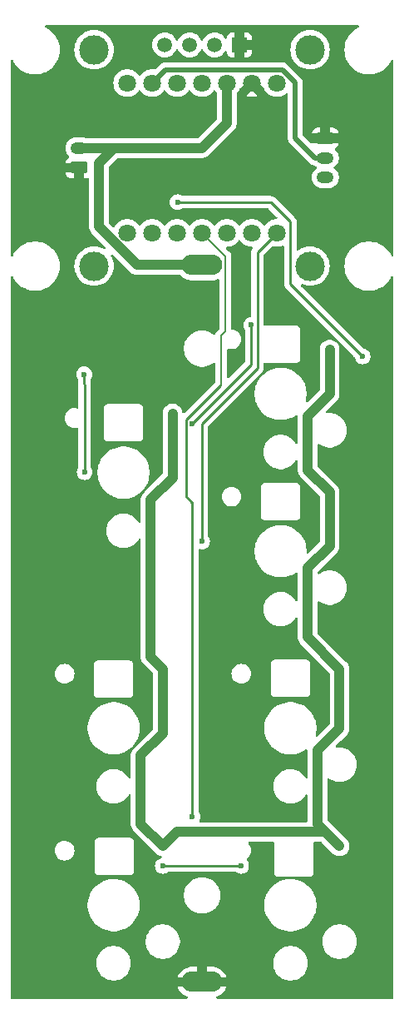
<source format=gbr>
%TF.GenerationSoftware,KiCad,Pcbnew,8.0.7*%
%TF.CreationDate,2025-04-08T15:01:58+09:00*%
%TF.ProjectId,Choc2,43686f63-322e-46b6-9963-61645f706362,rev?*%
%TF.SameCoordinates,Original*%
%TF.FileFunction,Copper,L2,Bot*%
%TF.FilePolarity,Positive*%
%FSLAX46Y46*%
G04 Gerber Fmt 4.6, Leading zero omitted, Abs format (unit mm)*
G04 Created by KiCad (PCBNEW 8.0.7) date 2025-04-08 15:01:58*
%MOMM*%
%LPD*%
G01*
G04 APERTURE LIST*
G04 Aperture macros list*
%AMRoundRect*
0 Rectangle with rounded corners*
0 $1 Rounding radius*
0 $2 $3 $4 $5 $6 $7 $8 $9 X,Y pos of 4 corners*
0 Add a 4 corners polygon primitive as box body*
4,1,4,$2,$3,$4,$5,$6,$7,$8,$9,$2,$3,0*
0 Add four circle primitives for the rounded corners*
1,1,$1+$1,$2,$3*
1,1,$1+$1,$4,$5*
1,1,$1+$1,$6,$7*
1,1,$1+$1,$8,$9*
0 Add four rect primitives between the rounded corners*
20,1,$1+$1,$2,$3,$4,$5,0*
20,1,$1+$1,$4,$5,$6,$7,0*
20,1,$1+$1,$6,$7,$8,$9,0*
20,1,$1+$1,$8,$9,$2,$3,0*%
G04 Aperture macros list end*
%TA.AperFunction,ComponentPad*%
%ADD10O,4.140000X2.070000*%
%TD*%
%TA.AperFunction,ComponentPad*%
%ADD11C,1.800000*%
%TD*%
%TA.AperFunction,ComponentPad*%
%ADD12RoundRect,0.250000X-0.625000X0.350000X-0.625000X-0.350000X0.625000X-0.350000X0.625000X0.350000X0*%
%TD*%
%TA.AperFunction,ComponentPad*%
%ADD13O,1.750000X1.200000*%
%TD*%
%TA.AperFunction,ComponentPad*%
%ADD14RoundRect,0.250000X0.625000X-0.350000X0.625000X0.350000X-0.625000X0.350000X-0.625000X-0.350000X0*%
%TD*%
%TA.AperFunction,ComponentPad*%
%ADD15R,1.508000X1.508000*%
%TD*%
%TA.AperFunction,ComponentPad*%
%ADD16C,1.508000*%
%TD*%
%TA.AperFunction,ComponentPad*%
%ADD17C,3.000000*%
%TD*%
%TA.AperFunction,ViaPad*%
%ADD18C,0.600000*%
%TD*%
%TA.AperFunction,Conductor*%
%ADD19C,1.000000*%
%TD*%
%TA.AperFunction,Conductor*%
%ADD20C,0.250000*%
%TD*%
%TA.AperFunction,Conductor*%
%ADD21C,0.500000*%
%TD*%
%TA.AperFunction,Conductor*%
%ADD22C,0.200000*%
%TD*%
G04 APERTURE END LIST*
D10*
%TO.P,BT1,+*%
%TO.N,VCC*%
X70000000Y-74900000D03*
%TO.P,BT1,-*%
%TO.N,GND*%
X70000000Y-147800000D03*
%TD*%
D11*
%TO.P,U1,1,LP_A_IO0*%
%TO.N,SW4*%
X77620000Y-71620000D03*
%TO.P,U1,2,LP_A_IO1*%
%TO.N,SW3*%
X75080000Y-71620000D03*
%TO.P,U1,3,LP_A_IO2*%
%TO.N,SW5*%
X72540000Y-71620000D03*
%TO.P,U1,4,IO21*%
%TO.N,SW6*%
X70000000Y-71620000D03*
%TO.P,U1,5,IO22_SDA*%
%TO.N,SDA*%
X67460000Y-71620000D03*
%TO.P,U1,6,IO23_SCL*%
%TO.N,SCL*%
X64920000Y-71620000D03*
%TO.P,U1,7,IO16_TX*%
%TO.N,LED*%
X62380000Y-71620000D03*
%TO.P,U1,8,IO17_RX*%
%TO.N,SW1*%
X62380000Y-56380000D03*
%TO.P,U1,9,IO19_SCK*%
%TO.N,LED2*%
X64920000Y-56380000D03*
%TO.P,U1,10,IO20_MISO*%
%TO.N,SW2*%
X67460000Y-56380000D03*
%TO.P,U1,11,IO18_MOSI*%
%TO.N,SW7*%
X70000000Y-56380000D03*
%TO.P,U1,12,3V3*%
%TO.N,VCC*%
X72540000Y-56380000D03*
%TO.P,U1,13,GND*%
%TO.N,GND*%
X75080000Y-56380000D03*
%TO.P,U1,14,5V*%
%TO.N,unconnected-(U1-5V-Pad14)*%
X77620000Y-56380000D03*
%TD*%
D12*
%TO.P,J4,1,Pin_1*%
%TO.N,GND*%
X82550000Y-62000000D03*
D13*
%TO.P,J4,2,Pin_2*%
%TO.N,LED2*%
X82550000Y-64000000D03*
%TO.P,J4,3,Pin_3*%
%TO.N,VCC*%
X82550000Y-66000000D03*
%TD*%
D14*
%TO.P,J1,1,Pin_1*%
%TO.N,GND*%
X57450000Y-65000000D03*
D13*
%TO.P,J1,2,Pin_2*%
%TO.N,VCC*%
X57450000Y-63000000D03*
%TD*%
D15*
%TO.P,OL1,1,SDA*%
%TO.N,GND*%
X73810000Y-52500000D03*
D16*
%TO.P,OL1,2,SCL*%
%TO.N,VCC*%
X71270000Y-52500000D03*
%TO.P,OL1,3,VCC*%
%TO.N,SCL*%
X68730000Y-52500000D03*
%TO.P,OL1,4,GND*%
%TO.N,SDA*%
X66190000Y-52500000D03*
D17*
%TO.P,OL1,S1*%
%TO.N,N/C*%
X81000000Y-53000000D03*
%TO.P,OL1,S2*%
X59000000Y-53000000D03*
%TO.P,OL1,S3*%
X59000000Y-75000000D03*
%TO.P,OL1,S4*%
X81000000Y-75000000D03*
%TD*%
D18*
%TO.N,VCC*%
X83000000Y-83500000D03*
X66000000Y-116000000D03*
X66000000Y-134000000D03*
X67000000Y-90000000D03*
X84000000Y-134000000D03*
X83000000Y-98000000D03*
X84000000Y-116000000D03*
%TO.N,GND*%
X72000000Y-94000000D03*
X73000000Y-146000000D03*
X55000000Y-146000000D03*
X74000000Y-118000000D03*
X73000000Y-128000000D03*
X73000000Y-84000000D03*
X56000000Y-118000000D03*
X75000000Y-136000000D03*
X56000000Y-102000000D03*
X72000000Y-110000000D03*
X56000000Y-136000000D03*
X73000000Y-100000000D03*
X55000000Y-128000000D03*
X57000000Y-92000000D03*
%TO.N,SW4*%
X70000000Y-103000000D03*
%TO.N,SW1*%
X58037779Y-95962221D03*
X58000000Y-86000000D03*
%TO.N,SW2*%
X86350000Y-84183274D03*
X67500000Y-68500000D03*
%TO.N,Net-(LED1-DOUT)*%
X75000000Y-81000000D03*
X69000000Y-91000000D03*
%TO.N,unconnected-(LED6-DOUT-Pad2)*%
X66000000Y-136000000D03*
X74000000Y-136000000D03*
%TO.N,SW6*%
X69000000Y-131000000D03*
%TD*%
D19*
%TO.N,VCC*%
X83000000Y-98000000D02*
X80750000Y-95750000D01*
X66000000Y-122518019D02*
X63750000Y-124768019D01*
X63750000Y-124768019D02*
X63750000Y-131750000D01*
X66000000Y-134000000D02*
X67450000Y-132550000D01*
X84000000Y-122000000D02*
X84000000Y-116000000D01*
X63750000Y-131750000D02*
X66000000Y-134000000D01*
X57450000Y-63000000D02*
X61000000Y-63000000D01*
X83000000Y-83500000D02*
X83000000Y-88000000D01*
X67000000Y-96518019D02*
X64750000Y-98768019D01*
X72540000Y-60460000D02*
X72540000Y-56380000D01*
X84000000Y-116000000D02*
X80750000Y-112750000D01*
X80750000Y-105704773D02*
X83000000Y-103454773D01*
X81750000Y-124250000D02*
X84000000Y-122000000D01*
X59500000Y-64500000D02*
X61000000Y-63000000D01*
X81750000Y-131750000D02*
X81750000Y-124250000D01*
X64750000Y-114750000D02*
X66000000Y-116000000D01*
X80750000Y-95750000D02*
X80750000Y-90250000D01*
X67450000Y-132550000D02*
X82550000Y-132550000D01*
X80750000Y-90250000D02*
X83000000Y-88000000D01*
X64750000Y-98768019D02*
X64750000Y-114750000D01*
X63397258Y-74900000D02*
X70000000Y-74900000D01*
X80750000Y-112750000D02*
X80750000Y-105704773D01*
X63397258Y-74900000D02*
X59500000Y-71002742D01*
X84000000Y-134000000D02*
X81750000Y-131750000D01*
X70000000Y-63000000D02*
X72540000Y-60460000D01*
X82550000Y-132550000D02*
X84000000Y-134000000D01*
X83000000Y-103454773D02*
X83000000Y-98000000D01*
X59500000Y-71002742D02*
X59500000Y-64500000D01*
X66000000Y-116000000D02*
X66000000Y-122518019D01*
X61000000Y-63000000D02*
X70000000Y-63000000D01*
X67000000Y-90000000D02*
X67000000Y-96518019D01*
D20*
%TO.N,SW4*%
X75625000Y-85375000D02*
X70000000Y-91000000D01*
X70000000Y-97000000D02*
X70000000Y-103000000D01*
X70000000Y-91000000D02*
X70000000Y-97000000D01*
X77620000Y-71620000D02*
X75625000Y-73615000D01*
X75625000Y-73615000D02*
X75625000Y-85375000D01*
%TO.N,SW1*%
X58037779Y-87037779D02*
X58037779Y-95962221D01*
X58000000Y-87000000D02*
X58037779Y-87037779D01*
X58000000Y-86000000D02*
X58000000Y-87000000D01*
%TO.N,SW2*%
X79000000Y-70500000D02*
X77000000Y-68500000D01*
X86350000Y-84183274D02*
X79000000Y-76833274D01*
X67500000Y-68500000D02*
X77000000Y-68500000D01*
X79000000Y-76833274D02*
X79000000Y-70500000D01*
%TO.N,Net-(LED1-DOUT)*%
X75000000Y-85000000D02*
X75000000Y-81000000D01*
X69000000Y-91000000D02*
X75000000Y-85000000D01*
%TO.N,unconnected-(LED6-DOUT-Pad2)*%
X66000000Y-136000000D02*
X74000000Y-136000000D01*
D21*
%TO.N,LED2*%
X79500000Y-56350811D02*
X78179189Y-55030000D01*
X81500000Y-64000000D02*
X79500000Y-62000000D01*
X78179189Y-55030000D02*
X66270000Y-55030000D01*
X82550000Y-64000000D02*
X81500000Y-64000000D01*
X79500000Y-62000000D02*
X79500000Y-56350811D01*
X66270000Y-55030000D02*
X64920000Y-56380000D01*
D20*
%TO.N,SW6*%
X68375000Y-98423350D02*
X69000000Y-99048350D01*
D22*
X72370000Y-73990000D02*
X72370000Y-81630000D01*
X71950000Y-82050000D02*
X71950000Y-87050000D01*
D20*
X68375000Y-90625000D02*
X68375000Y-98423350D01*
D22*
X72370000Y-81630000D02*
X71950000Y-82050000D01*
D20*
X69000000Y-99048350D02*
X69000000Y-131000000D01*
D22*
X71950000Y-87050000D02*
X71895000Y-87105000D01*
D20*
X71895000Y-87105000D02*
X68375000Y-90625000D01*
D22*
X70000000Y-71620000D02*
X72370000Y-73990000D01*
%TD*%
%TA.AperFunction,Conductor*%
%TO.N,GND*%
G36*
X73891904Y-72370304D02*
G01*
X73913809Y-72395583D01*
X73971016Y-72483147D01*
X73971019Y-72483151D01*
X73971021Y-72483153D01*
X74128216Y-72653913D01*
X74128219Y-72653915D01*
X74128222Y-72653918D01*
X74311365Y-72796464D01*
X74311371Y-72796468D01*
X74311374Y-72796470D01*
X74515497Y-72906936D01*
X74629487Y-72946068D01*
X74735015Y-72982297D01*
X74735017Y-72982297D01*
X74735019Y-72982298D01*
X74963951Y-73020500D01*
X74963952Y-73020500D01*
X75037962Y-73020500D01*
X75105001Y-73040185D01*
X75150756Y-73092989D01*
X75160700Y-73162147D01*
X75141063Y-73213392D01*
X75104914Y-73267491D01*
X75070690Y-73318708D01*
X75070688Y-73318713D01*
X75041368Y-73389497D01*
X75041368Y-73389500D01*
X75036063Y-73402309D01*
X75023537Y-73432549D01*
X75023535Y-73432556D01*
X74999500Y-73553389D01*
X74999500Y-80083677D01*
X74979815Y-80150716D01*
X74927011Y-80196471D01*
X74889384Y-80206897D01*
X74820750Y-80214630D01*
X74650478Y-80274210D01*
X74497737Y-80370184D01*
X74370184Y-80497737D01*
X74274211Y-80650476D01*
X74214631Y-80820745D01*
X74214630Y-80820750D01*
X74194435Y-80999996D01*
X74194435Y-81000003D01*
X74214630Y-81179249D01*
X74214631Y-81179254D01*
X74274211Y-81349524D01*
X74355493Y-81478881D01*
X74374500Y-81544854D01*
X74374500Y-84689547D01*
X74354815Y-84756586D01*
X74338181Y-84777228D01*
X72762181Y-86353228D01*
X72700858Y-86386713D01*
X72631166Y-86381729D01*
X72575233Y-86339857D01*
X72550816Y-86274393D01*
X72550500Y-86265547D01*
X72550500Y-83526360D01*
X72570185Y-83459321D01*
X72622989Y-83413566D01*
X72692147Y-83403622D01*
X72710496Y-83407700D01*
X72729834Y-83413566D01*
X72803868Y-83436024D01*
X73000000Y-83455341D01*
X73196132Y-83436024D01*
X73384727Y-83378814D01*
X73558538Y-83285910D01*
X73710883Y-83160883D01*
X73835910Y-83008538D01*
X73928814Y-82834727D01*
X73986024Y-82646132D01*
X74005341Y-82450000D01*
X73986024Y-82253868D01*
X73928814Y-82065273D01*
X73928811Y-82065269D01*
X73928811Y-82065266D01*
X73835913Y-81891467D01*
X73835909Y-81891460D01*
X73710883Y-81739116D01*
X73558539Y-81614090D01*
X73558532Y-81614086D01*
X73384733Y-81521188D01*
X73384727Y-81521186D01*
X73196132Y-81463976D01*
X73196129Y-81463975D01*
X73082346Y-81452769D01*
X73017559Y-81426608D01*
X72977200Y-81369574D01*
X72970500Y-81329366D01*
X72970500Y-73910945D01*
X72970500Y-73910943D01*
X72940090Y-73797451D01*
X72929577Y-73758215D01*
X72853703Y-73626798D01*
X72850520Y-73621284D01*
X72850519Y-73621283D01*
X72850518Y-73621281D01*
X72734397Y-73505160D01*
X72734374Y-73505139D01*
X72461416Y-73232181D01*
X72427931Y-73170858D01*
X72432915Y-73101166D01*
X72474787Y-73045233D01*
X72540251Y-73020816D01*
X72549097Y-73020500D01*
X72656048Y-73020500D01*
X72656049Y-73020500D01*
X72884981Y-72982298D01*
X73104503Y-72906936D01*
X73308626Y-72796470D01*
X73491784Y-72653913D01*
X73648979Y-72483153D01*
X73706191Y-72395582D01*
X73759337Y-72350226D01*
X73828568Y-72340802D01*
X73891904Y-72370304D01*
G37*
%TD.AperFunction*%
%TA.AperFunction,Conductor*%
G36*
X85940252Y-50520185D02*
G01*
X85986007Y-50572989D01*
X85995951Y-50642147D01*
X85966926Y-50705703D01*
X85932952Y-50733160D01*
X85657516Y-50884584D01*
X85657504Y-50884591D01*
X85402978Y-51069515D01*
X85402968Y-51069523D01*
X85173608Y-51284907D01*
X85173606Y-51284909D01*
X84973054Y-51527334D01*
X84973051Y-51527338D01*
X84804464Y-51792990D01*
X84804461Y-51792996D01*
X84670499Y-52077678D01*
X84670497Y-52077683D01*
X84573270Y-52376916D01*
X84514311Y-52685988D01*
X84514310Y-52685995D01*
X84494556Y-52999994D01*
X84494556Y-53000000D01*
X84514310Y-53314004D01*
X84514311Y-53314011D01*
X84514312Y-53314015D01*
X84571000Y-53611187D01*
X84573270Y-53623083D01*
X84670497Y-53922316D01*
X84670499Y-53922321D01*
X84804461Y-54207003D01*
X84804464Y-54207009D01*
X84973051Y-54472661D01*
X84973054Y-54472665D01*
X85173606Y-54715090D01*
X85173608Y-54715092D01*
X85173610Y-54715094D01*
X85289971Y-54824364D01*
X85402968Y-54930476D01*
X85402978Y-54930484D01*
X85657504Y-55115408D01*
X85657509Y-55115410D01*
X85657516Y-55115416D01*
X85933234Y-55266994D01*
X85933239Y-55266996D01*
X85933241Y-55266997D01*
X85933242Y-55266998D01*
X86225771Y-55382818D01*
X86225774Y-55382819D01*
X86530523Y-55461065D01*
X86530527Y-55461066D01*
X86596010Y-55469338D01*
X86842670Y-55500499D01*
X86842679Y-55500499D01*
X86842682Y-55500500D01*
X86842684Y-55500500D01*
X87157316Y-55500500D01*
X87157318Y-55500500D01*
X87157321Y-55500499D01*
X87157329Y-55500499D01*
X87343593Y-55476968D01*
X87469473Y-55461066D01*
X87774225Y-55382819D01*
X87867000Y-55346087D01*
X88066757Y-55266998D01*
X88066758Y-55266997D01*
X88066756Y-55266997D01*
X88066766Y-55266994D01*
X88342484Y-55115416D01*
X88597030Y-54930478D01*
X88826390Y-54715094D01*
X89026947Y-54472663D01*
X89195537Y-54207007D01*
X89253272Y-54084315D01*
X89263302Y-54063000D01*
X89309657Y-54010722D01*
X89376917Y-53991805D01*
X89443727Y-54012254D01*
X89488876Y-54065578D01*
X89499500Y-54115797D01*
X89499500Y-73884202D01*
X89479815Y-73951241D01*
X89427011Y-73996996D01*
X89357853Y-74006940D01*
X89294297Y-73977915D01*
X89263302Y-73936999D01*
X89195539Y-73792996D01*
X89195535Y-73792990D01*
X89026948Y-73527338D01*
X89026945Y-73527334D01*
X88826393Y-73284909D01*
X88826391Y-73284907D01*
X88750236Y-73213392D01*
X88597030Y-73069522D01*
X88597027Y-73069520D01*
X88597021Y-73069515D01*
X88342495Y-72884591D01*
X88342488Y-72884586D01*
X88342484Y-72884584D01*
X88066766Y-72733006D01*
X88066763Y-72733004D01*
X88066758Y-72733002D01*
X88066757Y-72733001D01*
X87774228Y-72617181D01*
X87774225Y-72617180D01*
X87469476Y-72538934D01*
X87469463Y-72538932D01*
X87157329Y-72499500D01*
X87157318Y-72499500D01*
X86842682Y-72499500D01*
X86842670Y-72499500D01*
X86530536Y-72538932D01*
X86530523Y-72538934D01*
X86225774Y-72617180D01*
X86225771Y-72617181D01*
X85933242Y-72733001D01*
X85933241Y-72733002D01*
X85657516Y-72884584D01*
X85657504Y-72884591D01*
X85402978Y-73069515D01*
X85402968Y-73069523D01*
X85173608Y-73284907D01*
X85173606Y-73284909D01*
X84973054Y-73527334D01*
X84973051Y-73527338D01*
X84804464Y-73792990D01*
X84804461Y-73792996D01*
X84670499Y-74077678D01*
X84670497Y-74077683D01*
X84573270Y-74376916D01*
X84514311Y-74685988D01*
X84514310Y-74685995D01*
X84494556Y-74999994D01*
X84494556Y-75000005D01*
X84514310Y-75314004D01*
X84514311Y-75314011D01*
X84573270Y-75623083D01*
X84670497Y-75922316D01*
X84670499Y-75922321D01*
X84804461Y-76207003D01*
X84804464Y-76207009D01*
X84973051Y-76472661D01*
X84973054Y-76472665D01*
X85173606Y-76715090D01*
X85173608Y-76715092D01*
X85173610Y-76715094D01*
X85365068Y-76894885D01*
X85402968Y-76930476D01*
X85402978Y-76930484D01*
X85657504Y-77115408D01*
X85657509Y-77115410D01*
X85657516Y-77115416D01*
X85933234Y-77266994D01*
X85933239Y-77266996D01*
X85933241Y-77266997D01*
X85933242Y-77266998D01*
X86225771Y-77382818D01*
X86225774Y-77382819D01*
X86530523Y-77461065D01*
X86530527Y-77461066D01*
X86596010Y-77469338D01*
X86842670Y-77500499D01*
X86842679Y-77500499D01*
X86842682Y-77500500D01*
X86842684Y-77500500D01*
X87157316Y-77500500D01*
X87157318Y-77500500D01*
X87157321Y-77500499D01*
X87157329Y-77500499D01*
X87343593Y-77476968D01*
X87469473Y-77461066D01*
X87774225Y-77382819D01*
X87774228Y-77382818D01*
X88066757Y-77266998D01*
X88066758Y-77266997D01*
X88066756Y-77266997D01*
X88066766Y-77266994D01*
X88342484Y-77115416D01*
X88597030Y-76930478D01*
X88826390Y-76715094D01*
X89026947Y-76472663D01*
X89195537Y-76207007D01*
X89253272Y-76084315D01*
X89263302Y-76063000D01*
X89309657Y-76010722D01*
X89376917Y-75991805D01*
X89443727Y-76012254D01*
X89488876Y-76065578D01*
X89499500Y-76115797D01*
X89499500Y-149375500D01*
X89479815Y-149442539D01*
X89427011Y-149488294D01*
X89375500Y-149499500D01*
X71554749Y-149499500D01*
X71487710Y-149479815D01*
X71441955Y-149427011D01*
X71432011Y-149357853D01*
X71461036Y-149294297D01*
X71516431Y-149257569D01*
X71624238Y-149222539D01*
X71839519Y-149112847D01*
X72034982Y-148970835D01*
X72034988Y-148970830D01*
X72205830Y-148799988D01*
X72205835Y-148799982D01*
X72347847Y-148604519D01*
X72457539Y-148389240D01*
X72486536Y-148300000D01*
X70985808Y-148300000D01*
X71045958Y-148239850D01*
X71121470Y-148126838D01*
X71173484Y-148001266D01*
X71200000Y-147867959D01*
X71200000Y-147732041D01*
X71173484Y-147598734D01*
X71121470Y-147473162D01*
X71045958Y-147360150D01*
X70985808Y-147300000D01*
X72486535Y-147300000D01*
X72457539Y-147210759D01*
X72347847Y-146995480D01*
X72205835Y-146800017D01*
X72205830Y-146800011D01*
X72034988Y-146629169D01*
X72034982Y-146629164D01*
X71839519Y-146487152D01*
X71624238Y-146377460D01*
X71394447Y-146302796D01*
X71155812Y-146265000D01*
X70500000Y-146265000D01*
X70500000Y-147110000D01*
X69500000Y-147110000D01*
X69500000Y-146265000D01*
X68844188Y-146265000D01*
X68605552Y-146302796D01*
X68375761Y-146377460D01*
X68160480Y-146487152D01*
X67965017Y-146629164D01*
X67965011Y-146629169D01*
X67794169Y-146800011D01*
X67794164Y-146800017D01*
X67652152Y-146995480D01*
X67542460Y-147210759D01*
X67513464Y-147300000D01*
X69014192Y-147300000D01*
X68954042Y-147360150D01*
X68878530Y-147473162D01*
X68826516Y-147598734D01*
X68800000Y-147732041D01*
X68800000Y-147867959D01*
X68826516Y-148001266D01*
X68878530Y-148126838D01*
X68954042Y-148239850D01*
X69014192Y-148300000D01*
X67513464Y-148300000D01*
X67542460Y-148389240D01*
X67652152Y-148604519D01*
X67794164Y-148799982D01*
X67794169Y-148799988D01*
X67965011Y-148970830D01*
X67965017Y-148970835D01*
X68160480Y-149112847D01*
X68375761Y-149222539D01*
X68483569Y-149257569D01*
X68541245Y-149297007D01*
X68568443Y-149361365D01*
X68556528Y-149430212D01*
X68509284Y-149481687D01*
X68445251Y-149499500D01*
X50624500Y-149499500D01*
X50557461Y-149479815D01*
X50511706Y-149427011D01*
X50500500Y-149375500D01*
X50500500Y-145785258D01*
X59249500Y-145785258D01*
X59249500Y-146014741D01*
X59274446Y-146204215D01*
X59279452Y-146242238D01*
X59315684Y-146377460D01*
X59338842Y-146463887D01*
X59426650Y-146675876D01*
X59426657Y-146675890D01*
X59541392Y-146874617D01*
X59681081Y-147056661D01*
X59681089Y-147056670D01*
X59843330Y-147218911D01*
X59843338Y-147218918D01*
X60025382Y-147358607D01*
X60025385Y-147358608D01*
X60025388Y-147358611D01*
X60224112Y-147473344D01*
X60224117Y-147473346D01*
X60224123Y-147473349D01*
X60315480Y-147511190D01*
X60436113Y-147561158D01*
X60657762Y-147620548D01*
X60885266Y-147650500D01*
X60885273Y-147650500D01*
X61114727Y-147650500D01*
X61114734Y-147650500D01*
X61342238Y-147620548D01*
X61563887Y-147561158D01*
X61775888Y-147473344D01*
X61974612Y-147358611D01*
X62156661Y-147218919D01*
X62156665Y-147218914D01*
X62156670Y-147218911D01*
X62318911Y-147056670D01*
X62318914Y-147056665D01*
X62318919Y-147056661D01*
X62458611Y-146874612D01*
X62573344Y-146675888D01*
X62661158Y-146463887D01*
X62720548Y-146242238D01*
X62750500Y-146014734D01*
X62750500Y-145785266D01*
X62750499Y-145785258D01*
X77249500Y-145785258D01*
X77249500Y-146014741D01*
X77274446Y-146204215D01*
X77279452Y-146242238D01*
X77315684Y-146377460D01*
X77338842Y-146463887D01*
X77426650Y-146675876D01*
X77426657Y-146675890D01*
X77541392Y-146874617D01*
X77681081Y-147056661D01*
X77681089Y-147056670D01*
X77843330Y-147218911D01*
X77843338Y-147218918D01*
X78025382Y-147358607D01*
X78025385Y-147358608D01*
X78025388Y-147358611D01*
X78224112Y-147473344D01*
X78224117Y-147473346D01*
X78224123Y-147473349D01*
X78315480Y-147511190D01*
X78436113Y-147561158D01*
X78657762Y-147620548D01*
X78885266Y-147650500D01*
X78885273Y-147650500D01*
X79114727Y-147650500D01*
X79114734Y-147650500D01*
X79342238Y-147620548D01*
X79563887Y-147561158D01*
X79775888Y-147473344D01*
X79974612Y-147358611D01*
X80156661Y-147218919D01*
X80156665Y-147218914D01*
X80156670Y-147218911D01*
X80318911Y-147056670D01*
X80318914Y-147056665D01*
X80318919Y-147056661D01*
X80458611Y-146874612D01*
X80573344Y-146675888D01*
X80661158Y-146463887D01*
X80720548Y-146242238D01*
X80750500Y-146014734D01*
X80750500Y-145785266D01*
X80720548Y-145557762D01*
X80661158Y-145336113D01*
X80587634Y-145158611D01*
X80573349Y-145124123D01*
X80573346Y-145124117D01*
X80573344Y-145124112D01*
X80458611Y-144925388D01*
X80458608Y-144925385D01*
X80458607Y-144925382D01*
X80318918Y-144743338D01*
X80318911Y-144743330D01*
X80156670Y-144581089D01*
X80156661Y-144581081D01*
X79974617Y-144441392D01*
X79775890Y-144326657D01*
X79775876Y-144326650D01*
X79563887Y-144238842D01*
X79342238Y-144179452D01*
X79304215Y-144174446D01*
X79114741Y-144149500D01*
X79114734Y-144149500D01*
X78885266Y-144149500D01*
X78885258Y-144149500D01*
X78668715Y-144178009D01*
X78657762Y-144179452D01*
X78564076Y-144204554D01*
X78436112Y-144238842D01*
X78224123Y-144326650D01*
X78224109Y-144326657D01*
X78025382Y-144441392D01*
X77843338Y-144581081D01*
X77681081Y-144743338D01*
X77541392Y-144925382D01*
X77426657Y-145124109D01*
X77426650Y-145124123D01*
X77338842Y-145336112D01*
X77279453Y-145557759D01*
X77279451Y-145557770D01*
X77249500Y-145785258D01*
X62750499Y-145785258D01*
X62720548Y-145557762D01*
X62661158Y-145336113D01*
X62587634Y-145158611D01*
X62573349Y-145124123D01*
X62573346Y-145124117D01*
X62573344Y-145124112D01*
X62458611Y-144925388D01*
X62458608Y-144925385D01*
X62458607Y-144925382D01*
X62318918Y-144743338D01*
X62318911Y-144743330D01*
X62156670Y-144581089D01*
X62156661Y-144581081D01*
X61974617Y-144441392D01*
X61775890Y-144326657D01*
X61775876Y-144326650D01*
X61563887Y-144238842D01*
X61342238Y-144179452D01*
X61304215Y-144174446D01*
X61114741Y-144149500D01*
X61114734Y-144149500D01*
X60885266Y-144149500D01*
X60885258Y-144149500D01*
X60668715Y-144178009D01*
X60657762Y-144179452D01*
X60564076Y-144204554D01*
X60436112Y-144238842D01*
X60224123Y-144326650D01*
X60224109Y-144326657D01*
X60025382Y-144441392D01*
X59843338Y-144581081D01*
X59681081Y-144743338D01*
X59541392Y-144925382D01*
X59426657Y-145124109D01*
X59426650Y-145124123D01*
X59338842Y-145336112D01*
X59279453Y-145557759D01*
X59279451Y-145557770D01*
X59249500Y-145785258D01*
X50500500Y-145785258D01*
X50500500Y-143585258D01*
X64249500Y-143585258D01*
X64249500Y-143814741D01*
X64274446Y-144004215D01*
X64279452Y-144042238D01*
X64316218Y-144179451D01*
X64338842Y-144263887D01*
X64426650Y-144475876D01*
X64426657Y-144475890D01*
X64541392Y-144674617D01*
X64681081Y-144856661D01*
X64681089Y-144856670D01*
X64843330Y-145018911D01*
X64843338Y-145018918D01*
X65025382Y-145158607D01*
X65025385Y-145158608D01*
X65025388Y-145158611D01*
X65224112Y-145273344D01*
X65224117Y-145273346D01*
X65224123Y-145273349D01*
X65315480Y-145311190D01*
X65436113Y-145361158D01*
X65657762Y-145420548D01*
X65885266Y-145450500D01*
X65885273Y-145450500D01*
X66114727Y-145450500D01*
X66114734Y-145450500D01*
X66342238Y-145420548D01*
X66563887Y-145361158D01*
X66775888Y-145273344D01*
X66974612Y-145158611D01*
X67156661Y-145018919D01*
X67156665Y-145018914D01*
X67156670Y-145018911D01*
X67318911Y-144856670D01*
X67318914Y-144856665D01*
X67318919Y-144856661D01*
X67458611Y-144674612D01*
X67573344Y-144475888D01*
X67661158Y-144263887D01*
X67720548Y-144042238D01*
X67750500Y-143814734D01*
X67750500Y-143585266D01*
X67750499Y-143585258D01*
X82249500Y-143585258D01*
X82249500Y-143814741D01*
X82274446Y-144004215D01*
X82279452Y-144042238D01*
X82316218Y-144179451D01*
X82338842Y-144263887D01*
X82426650Y-144475876D01*
X82426657Y-144475890D01*
X82541392Y-144674617D01*
X82681081Y-144856661D01*
X82681089Y-144856670D01*
X82843330Y-145018911D01*
X82843338Y-145018918D01*
X83025382Y-145158607D01*
X83025385Y-145158608D01*
X83025388Y-145158611D01*
X83224112Y-145273344D01*
X83224117Y-145273346D01*
X83224123Y-145273349D01*
X83315480Y-145311190D01*
X83436113Y-145361158D01*
X83657762Y-145420548D01*
X83885266Y-145450500D01*
X83885273Y-145450500D01*
X84114727Y-145450500D01*
X84114734Y-145450500D01*
X84342238Y-145420548D01*
X84563887Y-145361158D01*
X84775888Y-145273344D01*
X84974612Y-145158611D01*
X85156661Y-145018919D01*
X85156665Y-145018914D01*
X85156670Y-145018911D01*
X85318911Y-144856670D01*
X85318914Y-144856665D01*
X85318919Y-144856661D01*
X85458611Y-144674612D01*
X85573344Y-144475888D01*
X85661158Y-144263887D01*
X85720548Y-144042238D01*
X85750500Y-143814734D01*
X85750500Y-143585266D01*
X85720548Y-143357762D01*
X85661158Y-143136113D01*
X85573344Y-142924112D01*
X85458611Y-142725388D01*
X85458608Y-142725385D01*
X85458607Y-142725382D01*
X85318918Y-142543338D01*
X85318911Y-142543330D01*
X85156670Y-142381089D01*
X85156661Y-142381081D01*
X84974617Y-142241392D01*
X84775890Y-142126657D01*
X84775876Y-142126650D01*
X84563887Y-142038842D01*
X84342238Y-141979452D01*
X84304215Y-141974446D01*
X84114741Y-141949500D01*
X84114734Y-141949500D01*
X83885266Y-141949500D01*
X83885258Y-141949500D01*
X83668715Y-141978009D01*
X83657762Y-141979452D01*
X83564076Y-142004554D01*
X83436112Y-142038842D01*
X83224123Y-142126650D01*
X83224109Y-142126657D01*
X83025382Y-142241392D01*
X82843338Y-142381081D01*
X82681081Y-142543338D01*
X82541392Y-142725382D01*
X82426657Y-142924109D01*
X82426650Y-142924123D01*
X82338842Y-143136112D01*
X82279453Y-143357759D01*
X82279451Y-143357770D01*
X82249500Y-143585258D01*
X67750499Y-143585258D01*
X67720548Y-143357762D01*
X67661158Y-143136113D01*
X67573344Y-142924112D01*
X67458611Y-142725388D01*
X67458608Y-142725385D01*
X67458607Y-142725382D01*
X67318918Y-142543338D01*
X67318911Y-142543330D01*
X67156670Y-142381089D01*
X67156661Y-142381081D01*
X66974617Y-142241392D01*
X66775890Y-142126657D01*
X66775876Y-142126650D01*
X66563887Y-142038842D01*
X66342238Y-141979452D01*
X66304215Y-141974446D01*
X66114741Y-141949500D01*
X66114734Y-141949500D01*
X65885266Y-141949500D01*
X65885258Y-141949500D01*
X65668715Y-141978009D01*
X65657762Y-141979452D01*
X65564076Y-142004554D01*
X65436112Y-142038842D01*
X65224123Y-142126650D01*
X65224109Y-142126657D01*
X65025382Y-142241392D01*
X64843338Y-142381081D01*
X64681081Y-142543338D01*
X64541392Y-142725382D01*
X64426657Y-142924109D01*
X64426650Y-142924123D01*
X64338842Y-143136112D01*
X64279453Y-143357759D01*
X64279451Y-143357770D01*
X64249500Y-143585258D01*
X50500500Y-143585258D01*
X50500500Y-139851146D01*
X58349500Y-139851146D01*
X58349500Y-140148853D01*
X58382830Y-140444662D01*
X58382832Y-140444674D01*
X58449076Y-140734912D01*
X58449079Y-140734920D01*
X58547400Y-141015904D01*
X58676563Y-141284114D01*
X58676565Y-141284117D01*
X58834950Y-141536185D01*
X59020562Y-141768934D01*
X59231066Y-141979438D01*
X59463815Y-142165050D01*
X59715883Y-142323435D01*
X59984099Y-142452601D01*
X60195135Y-142526445D01*
X60265079Y-142550920D01*
X60265087Y-142550923D01*
X60265090Y-142550923D01*
X60265091Y-142550924D01*
X60555325Y-142617168D01*
X60851147Y-142650499D01*
X60851148Y-142650500D01*
X60851151Y-142650500D01*
X61148852Y-142650500D01*
X61148852Y-142650499D01*
X61444675Y-142617168D01*
X61734909Y-142550924D01*
X62015901Y-142452601D01*
X62284117Y-142323435D01*
X62536185Y-142165050D01*
X62768934Y-141979438D01*
X62979438Y-141768934D01*
X63165050Y-141536185D01*
X63323435Y-141284117D01*
X63452601Y-141015901D01*
X63550924Y-140734909D01*
X63617168Y-140444675D01*
X63650500Y-140148849D01*
X63650500Y-139851151D01*
X63617168Y-139555325D01*
X63550924Y-139265091D01*
X63452601Y-138984099D01*
X63406665Y-138888711D01*
X68149500Y-138888711D01*
X68149500Y-139131288D01*
X68181161Y-139371785D01*
X68243947Y-139606104D01*
X68336773Y-139830205D01*
X68336776Y-139830212D01*
X68458064Y-140040289D01*
X68458066Y-140040292D01*
X68458067Y-140040293D01*
X68605733Y-140232736D01*
X68605739Y-140232743D01*
X68777256Y-140404260D01*
X68777263Y-140404266D01*
X68829924Y-140444674D01*
X68969711Y-140551936D01*
X69179788Y-140673224D01*
X69403900Y-140766054D01*
X69638211Y-140828838D01*
X69818586Y-140852584D01*
X69878711Y-140860500D01*
X69878712Y-140860500D01*
X70121289Y-140860500D01*
X70169388Y-140854167D01*
X70361789Y-140828838D01*
X70596100Y-140766054D01*
X70820212Y-140673224D01*
X71030289Y-140551936D01*
X71222738Y-140404265D01*
X71394265Y-140232738D01*
X71541936Y-140040289D01*
X71651138Y-139851146D01*
X76349500Y-139851146D01*
X76349500Y-140148853D01*
X76382830Y-140444662D01*
X76382832Y-140444674D01*
X76449076Y-140734912D01*
X76449079Y-140734920D01*
X76547400Y-141015904D01*
X76676563Y-141284114D01*
X76676565Y-141284117D01*
X76834950Y-141536185D01*
X77020562Y-141768934D01*
X77231066Y-141979438D01*
X77463815Y-142165050D01*
X77715883Y-142323435D01*
X77984099Y-142452601D01*
X78195135Y-142526445D01*
X78265079Y-142550920D01*
X78265087Y-142550923D01*
X78265090Y-142550923D01*
X78265091Y-142550924D01*
X78555325Y-142617168D01*
X78851147Y-142650499D01*
X78851148Y-142650500D01*
X78851151Y-142650500D01*
X79148852Y-142650500D01*
X79148852Y-142650499D01*
X79444675Y-142617168D01*
X79734909Y-142550924D01*
X80015901Y-142452601D01*
X80284117Y-142323435D01*
X80536185Y-142165050D01*
X80768934Y-141979438D01*
X80979438Y-141768934D01*
X81165050Y-141536185D01*
X81323435Y-141284117D01*
X81452601Y-141015901D01*
X81550924Y-140734909D01*
X81617168Y-140444675D01*
X81650500Y-140148849D01*
X81650500Y-139851151D01*
X81617168Y-139555325D01*
X81550924Y-139265091D01*
X81452601Y-138984099D01*
X81323435Y-138715883D01*
X81165050Y-138463815D01*
X80979438Y-138231066D01*
X80768934Y-138020562D01*
X80536185Y-137834950D01*
X80284117Y-137676565D01*
X80284114Y-137676563D01*
X80015904Y-137547400D01*
X79734920Y-137449079D01*
X79734912Y-137449076D01*
X79517233Y-137399393D01*
X79444675Y-137382832D01*
X79444671Y-137382831D01*
X79444662Y-137382830D01*
X79148853Y-137349500D01*
X79148849Y-137349500D01*
X78851151Y-137349500D01*
X78851146Y-137349500D01*
X78555337Y-137382830D01*
X78555325Y-137382832D01*
X78265087Y-137449076D01*
X78265079Y-137449079D01*
X77984095Y-137547400D01*
X77715885Y-137676563D01*
X77463816Y-137834949D01*
X77231066Y-138020561D01*
X77020561Y-138231066D01*
X76834949Y-138463816D01*
X76676563Y-138715885D01*
X76547400Y-138984095D01*
X76449079Y-139265079D01*
X76449076Y-139265087D01*
X76382832Y-139555325D01*
X76382830Y-139555337D01*
X76349500Y-139851146D01*
X71651138Y-139851146D01*
X71663224Y-139830212D01*
X71756054Y-139606100D01*
X71818838Y-139371789D01*
X71850500Y-139131288D01*
X71850500Y-138888712D01*
X71818838Y-138648211D01*
X71756054Y-138413900D01*
X71663224Y-138189788D01*
X71541936Y-137979711D01*
X71430857Y-137834950D01*
X71394266Y-137787263D01*
X71394260Y-137787256D01*
X71222743Y-137615739D01*
X71222736Y-137615733D01*
X71030293Y-137468067D01*
X71030292Y-137468066D01*
X71030289Y-137468064D01*
X70820212Y-137346776D01*
X70820205Y-137346773D01*
X70596104Y-137253947D01*
X70361785Y-137191161D01*
X70121289Y-137159500D01*
X70121288Y-137159500D01*
X69878712Y-137159500D01*
X69878711Y-137159500D01*
X69638214Y-137191161D01*
X69403895Y-137253947D01*
X69179794Y-137346773D01*
X69179785Y-137346777D01*
X68969706Y-137468067D01*
X68777263Y-137615733D01*
X68777256Y-137615739D01*
X68605739Y-137787256D01*
X68605733Y-137787263D01*
X68458067Y-137979706D01*
X68336777Y-138189785D01*
X68336773Y-138189794D01*
X68243947Y-138413895D01*
X68181161Y-138648214D01*
X68149500Y-138888711D01*
X63406665Y-138888711D01*
X63323435Y-138715883D01*
X63165050Y-138463815D01*
X62979438Y-138231066D01*
X62768934Y-138020562D01*
X62536185Y-137834950D01*
X62284117Y-137676565D01*
X62284114Y-137676563D01*
X62015904Y-137547400D01*
X61734920Y-137449079D01*
X61734912Y-137449076D01*
X61517233Y-137399393D01*
X61444675Y-137382832D01*
X61444671Y-137382831D01*
X61444662Y-137382830D01*
X61148853Y-137349500D01*
X61148849Y-137349500D01*
X60851151Y-137349500D01*
X60851146Y-137349500D01*
X60555337Y-137382830D01*
X60555325Y-137382832D01*
X60265087Y-137449076D01*
X60265079Y-137449079D01*
X59984095Y-137547400D01*
X59715885Y-137676563D01*
X59463816Y-137834949D01*
X59231066Y-138020561D01*
X59020561Y-138231066D01*
X58834949Y-138463816D01*
X58676563Y-138715885D01*
X58547400Y-138984095D01*
X58449079Y-139265079D01*
X58449076Y-139265087D01*
X58382832Y-139555325D01*
X58382830Y-139555337D01*
X58349500Y-139851146D01*
X50500500Y-139851146D01*
X50500500Y-134450000D01*
X54994659Y-134450000D01*
X55013975Y-134646129D01*
X55071188Y-134834733D01*
X55164086Y-135008532D01*
X55164090Y-135008539D01*
X55289116Y-135160883D01*
X55441460Y-135285909D01*
X55441467Y-135285913D01*
X55615266Y-135378811D01*
X55615269Y-135378811D01*
X55615273Y-135378814D01*
X55803868Y-135436024D01*
X56000000Y-135455341D01*
X56196132Y-135436024D01*
X56384727Y-135378814D01*
X56558538Y-135285910D01*
X56710883Y-135160883D01*
X56835910Y-135008538D01*
X56928814Y-134834727D01*
X56986024Y-134646132D01*
X57005341Y-134450000D01*
X56986024Y-134253868D01*
X56928814Y-134065273D01*
X56928811Y-134065269D01*
X56928811Y-134065266D01*
X56835913Y-133891467D01*
X56835909Y-133891460D01*
X56710883Y-133739116D01*
X56558539Y-133614090D01*
X56558532Y-133614086D01*
X56384733Y-133521188D01*
X56384727Y-133521186D01*
X56305897Y-133497273D01*
X59049500Y-133497273D01*
X59049500Y-136497273D01*
X59049500Y-136602727D01*
X59076793Y-136704587D01*
X59129520Y-136795913D01*
X59204087Y-136870480D01*
X59295413Y-136923207D01*
X59397273Y-136950500D01*
X59397275Y-136950500D01*
X62702725Y-136950500D01*
X62702727Y-136950500D01*
X62804587Y-136923207D01*
X62895913Y-136870480D01*
X62970480Y-136795913D01*
X63023207Y-136704587D01*
X63050500Y-136602727D01*
X63050500Y-133497273D01*
X63023207Y-133395413D01*
X62970480Y-133304087D01*
X62895913Y-133229520D01*
X62804587Y-133176793D01*
X62702727Y-133149500D01*
X59502727Y-133149500D01*
X59397273Y-133149500D01*
X59295413Y-133176793D01*
X59295410Y-133176794D01*
X59204085Y-133229521D01*
X59129521Y-133304085D01*
X59076794Y-133395410D01*
X59076793Y-133395413D01*
X59049500Y-133497273D01*
X56305897Y-133497273D01*
X56196132Y-133463976D01*
X56196129Y-133463975D01*
X56000000Y-133444659D01*
X55803870Y-133463975D01*
X55615266Y-133521188D01*
X55441467Y-133614086D01*
X55441460Y-133614090D01*
X55289116Y-133739116D01*
X55164090Y-133891460D01*
X55164086Y-133891467D01*
X55071188Y-134065266D01*
X55013975Y-134253870D01*
X54994659Y-134450000D01*
X50500500Y-134450000D01*
X50500500Y-121851146D01*
X58349500Y-121851146D01*
X58349500Y-122148853D01*
X58382830Y-122444662D01*
X58382832Y-122444674D01*
X58449076Y-122734912D01*
X58449079Y-122734920D01*
X58547400Y-123015904D01*
X58676563Y-123284114D01*
X58676565Y-123284117D01*
X58834950Y-123536185D01*
X58973424Y-123709825D01*
X59009333Y-123754854D01*
X59020562Y-123768934D01*
X59231066Y-123979438D01*
X59463815Y-124165050D01*
X59715883Y-124323435D01*
X59984099Y-124452601D01*
X60195135Y-124526445D01*
X60265079Y-124550920D01*
X60265087Y-124550923D01*
X60265090Y-124550923D01*
X60265091Y-124550924D01*
X60555325Y-124617168D01*
X60851147Y-124650499D01*
X60851148Y-124650500D01*
X60851151Y-124650500D01*
X61148852Y-124650500D01*
X61148852Y-124650499D01*
X61444675Y-124617168D01*
X61734909Y-124550924D01*
X62015901Y-124452601D01*
X62284117Y-124323435D01*
X62536185Y-124165050D01*
X62768934Y-123979438D01*
X62979438Y-123768934D01*
X63165050Y-123536185D01*
X63323435Y-123284117D01*
X63452601Y-123015901D01*
X63550924Y-122734909D01*
X63617168Y-122444675D01*
X63650500Y-122148849D01*
X63650500Y-121851151D01*
X63617168Y-121555325D01*
X63550924Y-121265091D01*
X63452601Y-120984099D01*
X63323435Y-120715883D01*
X63165050Y-120463815D01*
X62979438Y-120231066D01*
X62768934Y-120020562D01*
X62536185Y-119834950D01*
X62284117Y-119676565D01*
X62284114Y-119676563D01*
X62015904Y-119547400D01*
X61734920Y-119449079D01*
X61734912Y-119449076D01*
X61517233Y-119399393D01*
X61444675Y-119382832D01*
X61444671Y-119382831D01*
X61444662Y-119382830D01*
X61148853Y-119349500D01*
X61148849Y-119349500D01*
X60851151Y-119349500D01*
X60851146Y-119349500D01*
X60555337Y-119382830D01*
X60555325Y-119382832D01*
X60265087Y-119449076D01*
X60265079Y-119449079D01*
X59984095Y-119547400D01*
X59715885Y-119676563D01*
X59463816Y-119834949D01*
X59231066Y-120020561D01*
X59020561Y-120231066D01*
X58834949Y-120463816D01*
X58676563Y-120715885D01*
X58547400Y-120984095D01*
X58449079Y-121265079D01*
X58449076Y-121265087D01*
X58382832Y-121555325D01*
X58382830Y-121555337D01*
X58349500Y-121851146D01*
X50500500Y-121851146D01*
X50500500Y-116450000D01*
X54994659Y-116450000D01*
X55013975Y-116646129D01*
X55071188Y-116834733D01*
X55164086Y-117008532D01*
X55164090Y-117008539D01*
X55289116Y-117160883D01*
X55441460Y-117285909D01*
X55441467Y-117285913D01*
X55615266Y-117378811D01*
X55615269Y-117378811D01*
X55615273Y-117378814D01*
X55803868Y-117436024D01*
X56000000Y-117455341D01*
X56196132Y-117436024D01*
X56384727Y-117378814D01*
X56558538Y-117285910D01*
X56710883Y-117160883D01*
X56835910Y-117008538D01*
X56928814Y-116834727D01*
X56986024Y-116646132D01*
X57005341Y-116450000D01*
X56986024Y-116253868D01*
X56928814Y-116065273D01*
X56928811Y-116065269D01*
X56928811Y-116065266D01*
X56835913Y-115891467D01*
X56835909Y-115891460D01*
X56710883Y-115739116D01*
X56558539Y-115614090D01*
X56558532Y-115614086D01*
X56384733Y-115521188D01*
X56384727Y-115521186D01*
X56196132Y-115463976D01*
X56196129Y-115463975D01*
X56026542Y-115447273D01*
X58999500Y-115447273D01*
X58999500Y-118447273D01*
X58999500Y-118552727D01*
X59026793Y-118654587D01*
X59079520Y-118745913D01*
X59154087Y-118820480D01*
X59245413Y-118873207D01*
X59347273Y-118900500D01*
X59347275Y-118900500D01*
X62652725Y-118900500D01*
X62652727Y-118900500D01*
X62754587Y-118873207D01*
X62845913Y-118820480D01*
X62920480Y-118745913D01*
X62973207Y-118654587D01*
X63000500Y-118552727D01*
X63000500Y-115447273D01*
X62973207Y-115345413D01*
X62920480Y-115254087D01*
X62845913Y-115179520D01*
X62754587Y-115126793D01*
X62652727Y-115099500D01*
X59452727Y-115099500D01*
X59347273Y-115099500D01*
X59245413Y-115126793D01*
X59245410Y-115126794D01*
X59154085Y-115179521D01*
X59079521Y-115254085D01*
X59026794Y-115345410D01*
X59026793Y-115345413D01*
X58999500Y-115447273D01*
X56026542Y-115447273D01*
X56000000Y-115444659D01*
X55803870Y-115463975D01*
X55615266Y-115521188D01*
X55441467Y-115614086D01*
X55441460Y-115614090D01*
X55289116Y-115739116D01*
X55164090Y-115891460D01*
X55164086Y-115891467D01*
X55071188Y-116065266D01*
X55013975Y-116253870D01*
X54994659Y-116450000D01*
X50500500Y-116450000D01*
X50500500Y-90450000D01*
X55994659Y-90450000D01*
X56013975Y-90646129D01*
X56071188Y-90834733D01*
X56164086Y-91008532D01*
X56164090Y-91008539D01*
X56289116Y-91160883D01*
X56441460Y-91285909D01*
X56441467Y-91285913D01*
X56615266Y-91378811D01*
X56615269Y-91378811D01*
X56615273Y-91378814D01*
X56803868Y-91436024D01*
X57000000Y-91455341D01*
X57196132Y-91436024D01*
X57227157Y-91426612D01*
X57252283Y-91418991D01*
X57322150Y-91418367D01*
X57381263Y-91455615D01*
X57410854Y-91518909D01*
X57412279Y-91537651D01*
X57412279Y-95417366D01*
X57393273Y-95483338D01*
X57311990Y-95612697D01*
X57252410Y-95782966D01*
X57252409Y-95782971D01*
X57232214Y-95962217D01*
X57232214Y-95962224D01*
X57252409Y-96141470D01*
X57252410Y-96141475D01*
X57311990Y-96311744D01*
X57395509Y-96444662D01*
X57407963Y-96464483D01*
X57535517Y-96592037D01*
X57688257Y-96688010D01*
X57822287Y-96734909D01*
X57858524Y-96747589D01*
X57858529Y-96747590D01*
X58037775Y-96767786D01*
X58037779Y-96767786D01*
X58037783Y-96767786D01*
X58217028Y-96747590D01*
X58217031Y-96747589D01*
X58217034Y-96747589D01*
X58387301Y-96688010D01*
X58540041Y-96592037D01*
X58667595Y-96464483D01*
X58763568Y-96311743D01*
X58823147Y-96141476D01*
X58823323Y-96139917D01*
X58843344Y-95962224D01*
X58843344Y-95962217D01*
X58830829Y-95851146D01*
X59349500Y-95851146D01*
X59349500Y-96148853D01*
X59382830Y-96444662D01*
X59382832Y-96444674D01*
X59449076Y-96734912D01*
X59449079Y-96734920D01*
X59547400Y-97015904D01*
X59676563Y-97284114D01*
X59676565Y-97284117D01*
X59834950Y-97536185D01*
X60020562Y-97768934D01*
X60231066Y-97979438D01*
X60463815Y-98165050D01*
X60669205Y-98294105D01*
X60715885Y-98323436D01*
X60734935Y-98332610D01*
X60984099Y-98452601D01*
X61195135Y-98526445D01*
X61265079Y-98550920D01*
X61265087Y-98550923D01*
X61265090Y-98550923D01*
X61265091Y-98550924D01*
X61555325Y-98617168D01*
X61851147Y-98650499D01*
X61851148Y-98650500D01*
X61851151Y-98650500D01*
X62148852Y-98650500D01*
X62148852Y-98650499D01*
X62444675Y-98617168D01*
X62734909Y-98550924D01*
X63015901Y-98452601D01*
X63284117Y-98323435D01*
X63536185Y-98165050D01*
X63768934Y-97979438D01*
X63979438Y-97768934D01*
X64165050Y-97536185D01*
X64323435Y-97284117D01*
X64452601Y-97015901D01*
X64550924Y-96734909D01*
X64617168Y-96444675D01*
X64650500Y-96148849D01*
X64650500Y-95851151D01*
X64617168Y-95555325D01*
X64550924Y-95265091D01*
X64452601Y-94984099D01*
X64323435Y-94715883D01*
X64165050Y-94463815D01*
X63979438Y-94231066D01*
X63768934Y-94020562D01*
X63536185Y-93834950D01*
X63284117Y-93676565D01*
X63284114Y-93676563D01*
X63015904Y-93547400D01*
X62734920Y-93449079D01*
X62734912Y-93449076D01*
X62517233Y-93399393D01*
X62444675Y-93382832D01*
X62444671Y-93382831D01*
X62444662Y-93382830D01*
X62148853Y-93349500D01*
X62148849Y-93349500D01*
X61851151Y-93349500D01*
X61851146Y-93349500D01*
X61555337Y-93382830D01*
X61555325Y-93382832D01*
X61265087Y-93449076D01*
X61265079Y-93449079D01*
X60984095Y-93547400D01*
X60715885Y-93676563D01*
X60463816Y-93834949D01*
X60231066Y-94020561D01*
X60020561Y-94231066D01*
X59834949Y-94463816D01*
X59676563Y-94715885D01*
X59547400Y-94984095D01*
X59449079Y-95265079D01*
X59449076Y-95265087D01*
X59382832Y-95555325D01*
X59382830Y-95555337D01*
X59349500Y-95851146D01*
X58830829Y-95851146D01*
X58823148Y-95782971D01*
X58823147Y-95782966D01*
X58766314Y-95620548D01*
X58763568Y-95612699D01*
X58727517Y-95555325D01*
X58682285Y-95483338D01*
X58663279Y-95417366D01*
X58663279Y-89372273D01*
X59999500Y-89372273D01*
X59999500Y-92477726D01*
X60026793Y-92579586D01*
X60026794Y-92579589D01*
X60027660Y-92581089D01*
X60079520Y-92670913D01*
X60154087Y-92745480D01*
X60245413Y-92798207D01*
X60347273Y-92825500D01*
X60347275Y-92825500D01*
X63652725Y-92825500D01*
X63652727Y-92825500D01*
X63754587Y-92798207D01*
X63845913Y-92745480D01*
X63920480Y-92670913D01*
X63973207Y-92579587D01*
X64000500Y-92477727D01*
X64000500Y-89372273D01*
X63973207Y-89270413D01*
X63920480Y-89179087D01*
X63845913Y-89104520D01*
X63754587Y-89051793D01*
X63652727Y-89024500D01*
X60452727Y-89024500D01*
X60347273Y-89024500D01*
X60245413Y-89051793D01*
X60245410Y-89051794D01*
X60154085Y-89104521D01*
X60079521Y-89179085D01*
X60026794Y-89270410D01*
X60026793Y-89270413D01*
X59999500Y-89372273D01*
X58663279Y-89372273D01*
X58663279Y-87105520D01*
X58663280Y-87105499D01*
X58663280Y-86976170D01*
X58639242Y-86855329D01*
X58639242Y-86855328D01*
X58634938Y-86844936D01*
X58625500Y-86797485D01*
X58625500Y-86544854D01*
X58644507Y-86478881D01*
X58725788Y-86349524D01*
X58729171Y-86339857D01*
X58785368Y-86179255D01*
X58785369Y-86179249D01*
X58805565Y-86000003D01*
X58805565Y-85999996D01*
X58785369Y-85820750D01*
X58785368Y-85820745D01*
X58734917Y-85676565D01*
X58725789Y-85650478D01*
X58629816Y-85497738D01*
X58502262Y-85370184D01*
X58469344Y-85349500D01*
X58349523Y-85274211D01*
X58179254Y-85214631D01*
X58179249Y-85214630D01*
X58000004Y-85194435D01*
X57999996Y-85194435D01*
X57820750Y-85214630D01*
X57820745Y-85214631D01*
X57650476Y-85274211D01*
X57497737Y-85370184D01*
X57370184Y-85497737D01*
X57274211Y-85650476D01*
X57214631Y-85820745D01*
X57214630Y-85820750D01*
X57194435Y-85999996D01*
X57194435Y-86000003D01*
X57214630Y-86179249D01*
X57214631Y-86179254D01*
X57274211Y-86349524D01*
X57355493Y-86478881D01*
X57374500Y-86544854D01*
X57374500Y-87061611D01*
X57398535Y-87182443D01*
X57398538Y-87182455D01*
X57402840Y-87192840D01*
X57412279Y-87240292D01*
X57412279Y-89362349D01*
X57392594Y-89429388D01*
X57339790Y-89475143D01*
X57270632Y-89485087D01*
X57252283Y-89481009D01*
X57196134Y-89463976D01*
X57000000Y-89444659D01*
X56803870Y-89463975D01*
X56615266Y-89521188D01*
X56441467Y-89614086D01*
X56441460Y-89614090D01*
X56289116Y-89739116D01*
X56164090Y-89891460D01*
X56164086Y-89891467D01*
X56071188Y-90065266D01*
X56013975Y-90253870D01*
X55994659Y-90450000D01*
X50500500Y-90450000D01*
X50500500Y-76115797D01*
X50520185Y-76048758D01*
X50572989Y-76003003D01*
X50642147Y-75993059D01*
X50705703Y-76022084D01*
X50736698Y-76063000D01*
X50804461Y-76207003D01*
X50804464Y-76207009D01*
X50973051Y-76472661D01*
X50973054Y-76472665D01*
X51173606Y-76715090D01*
X51173608Y-76715092D01*
X51173610Y-76715094D01*
X51365068Y-76894885D01*
X51402968Y-76930476D01*
X51402978Y-76930484D01*
X51657504Y-77115408D01*
X51657509Y-77115410D01*
X51657516Y-77115416D01*
X51933234Y-77266994D01*
X51933239Y-77266996D01*
X51933241Y-77266997D01*
X51933242Y-77266998D01*
X52225771Y-77382818D01*
X52225774Y-77382819D01*
X52530523Y-77461065D01*
X52530527Y-77461066D01*
X52596010Y-77469338D01*
X52842670Y-77500499D01*
X52842679Y-77500499D01*
X52842682Y-77500500D01*
X52842684Y-77500500D01*
X53157316Y-77500500D01*
X53157318Y-77500500D01*
X53157321Y-77500499D01*
X53157329Y-77500499D01*
X53343593Y-77476968D01*
X53469473Y-77461066D01*
X53774225Y-77382819D01*
X53774228Y-77382818D01*
X54066757Y-77266998D01*
X54066758Y-77266997D01*
X54066756Y-77266997D01*
X54066766Y-77266994D01*
X54342484Y-77115416D01*
X54597030Y-76930478D01*
X54826390Y-76715094D01*
X55026947Y-76472663D01*
X55195537Y-76207007D01*
X55329503Y-75922315D01*
X55426731Y-75623079D01*
X55485688Y-75314015D01*
X55485689Y-75314004D01*
X55505444Y-75000005D01*
X55505444Y-74999994D01*
X55485689Y-74685995D01*
X55485688Y-74685988D01*
X55485688Y-74685985D01*
X55426731Y-74376921D01*
X55329503Y-74077685D01*
X55195537Y-73792993D01*
X55090062Y-73626791D01*
X55026948Y-73527338D01*
X55026945Y-73527334D01*
X54826393Y-73284909D01*
X54826391Y-73284907D01*
X54750236Y-73213392D01*
X54597030Y-73069522D01*
X54597027Y-73069520D01*
X54597021Y-73069515D01*
X54342495Y-72884591D01*
X54342488Y-72884586D01*
X54342484Y-72884584D01*
X54066766Y-72733006D01*
X54066763Y-72733004D01*
X54066758Y-72733002D01*
X54066757Y-72733001D01*
X53774228Y-72617181D01*
X53774225Y-72617180D01*
X53469476Y-72538934D01*
X53469463Y-72538932D01*
X53157329Y-72499500D01*
X53157318Y-72499500D01*
X52842682Y-72499500D01*
X52842670Y-72499500D01*
X52530536Y-72538932D01*
X52530523Y-72538934D01*
X52225774Y-72617180D01*
X52225771Y-72617181D01*
X51933242Y-72733001D01*
X51933241Y-72733002D01*
X51657516Y-72884584D01*
X51657504Y-72884591D01*
X51402978Y-73069515D01*
X51402968Y-73069523D01*
X51173608Y-73284907D01*
X51173606Y-73284909D01*
X50973054Y-73527334D01*
X50973051Y-73527338D01*
X50804464Y-73792990D01*
X50804460Y-73792996D01*
X50736698Y-73936999D01*
X50690343Y-73989277D01*
X50623083Y-74008194D01*
X50556273Y-73987745D01*
X50511124Y-73934421D01*
X50500500Y-73884202D01*
X50500500Y-65500000D01*
X56085219Y-65500000D01*
X56085494Y-65502694D01*
X56085495Y-65502701D01*
X56140641Y-65669119D01*
X56140643Y-65669124D01*
X56232684Y-65818345D01*
X56356654Y-65942315D01*
X56505875Y-66034356D01*
X56505880Y-66034358D01*
X56672302Y-66089505D01*
X56672309Y-66089506D01*
X56775019Y-66099999D01*
X56949999Y-66099999D01*
X56950000Y-66099998D01*
X56950000Y-65500000D01*
X56085219Y-65500000D01*
X50500500Y-65500000D01*
X50500500Y-62913389D01*
X56074500Y-62913389D01*
X56074500Y-63086611D01*
X56101598Y-63257701D01*
X56155127Y-63422445D01*
X56233768Y-63576788D01*
X56335586Y-63716928D01*
X56335588Y-63716930D01*
X56443491Y-63824833D01*
X56476976Y-63886156D01*
X56471992Y-63955848D01*
X56430120Y-64011781D01*
X56420907Y-64018053D01*
X56356654Y-64057684D01*
X56232684Y-64181654D01*
X56140643Y-64330875D01*
X56140641Y-64330880D01*
X56085495Y-64497298D01*
X56085494Y-64497305D01*
X56085219Y-64500000D01*
X57326000Y-64500000D01*
X57393039Y-64519685D01*
X57438794Y-64572489D01*
X57450000Y-64624000D01*
X57450000Y-64625000D01*
X57400630Y-64625000D01*
X57305255Y-64650556D01*
X57219745Y-64699925D01*
X57149925Y-64769745D01*
X57100556Y-64855255D01*
X57075000Y-64950630D01*
X57075000Y-65049370D01*
X57100556Y-65144745D01*
X57149925Y-65230255D01*
X57219745Y-65300075D01*
X57305255Y-65349444D01*
X57400630Y-65375000D01*
X57499370Y-65375000D01*
X57594745Y-65349444D01*
X57680255Y-65300075D01*
X57750075Y-65230255D01*
X57799444Y-65144745D01*
X57825000Y-65049370D01*
X57825000Y-65000000D01*
X57826000Y-65000000D01*
X57893039Y-65019685D01*
X57938794Y-65072489D01*
X57950000Y-65124000D01*
X57950000Y-66099999D01*
X58124972Y-66099999D01*
X58124986Y-66099998D01*
X58227697Y-66089505D01*
X58336496Y-66053453D01*
X58406324Y-66051051D01*
X58466366Y-66086783D01*
X58497559Y-66149303D01*
X58499500Y-66171159D01*
X58499500Y-71101283D01*
X58499500Y-71101285D01*
X58499499Y-71101285D01*
X58537947Y-71294571D01*
X58537950Y-71294581D01*
X58613364Y-71476649D01*
X58613371Y-71476662D01*
X58722860Y-71640523D01*
X58722863Y-71640527D01*
X58866537Y-71784201D01*
X58866559Y-71784221D01*
X60159115Y-73076777D01*
X60192600Y-73138100D01*
X60187616Y-73207792D01*
X60145744Y-73263725D01*
X60080280Y-73288142D01*
X60012007Y-73273290D01*
X59833166Y-73175635D01*
X59833167Y-73175635D01*
X59708506Y-73129139D01*
X59565046Y-73075631D01*
X59565043Y-73075630D01*
X59565037Y-73075628D01*
X59285433Y-73014804D01*
X59000001Y-72994390D01*
X58999999Y-72994390D01*
X58714566Y-73014804D01*
X58434962Y-73075628D01*
X58166833Y-73175635D01*
X57915690Y-73312770D01*
X57915682Y-73312775D01*
X57686612Y-73484254D01*
X57686594Y-73484270D01*
X57484270Y-73686594D01*
X57484254Y-73686612D01*
X57312775Y-73915682D01*
X57312770Y-73915690D01*
X57175635Y-74166833D01*
X57075628Y-74434962D01*
X57014804Y-74714566D01*
X56994390Y-74999998D01*
X56994390Y-75000001D01*
X57014804Y-75285433D01*
X57075628Y-75565037D01*
X57075630Y-75565043D01*
X57075631Y-75565046D01*
X57097278Y-75623083D01*
X57175635Y-75833166D01*
X57312770Y-76084309D01*
X57312775Y-76084317D01*
X57484254Y-76313387D01*
X57484270Y-76313405D01*
X57686594Y-76515729D01*
X57686612Y-76515745D01*
X57915682Y-76687224D01*
X57915690Y-76687229D01*
X58166833Y-76824364D01*
X58166832Y-76824364D01*
X58166836Y-76824365D01*
X58166839Y-76824367D01*
X58434954Y-76924369D01*
X58434960Y-76924370D01*
X58434962Y-76924371D01*
X58714566Y-76985195D01*
X58714568Y-76985195D01*
X58714572Y-76985196D01*
X58968220Y-77003337D01*
X58999999Y-77005610D01*
X59000000Y-77005610D01*
X59000001Y-77005610D01*
X59028595Y-77003564D01*
X59285428Y-76985196D01*
X59536964Y-76930478D01*
X59565037Y-76924371D01*
X59565037Y-76924370D01*
X59565046Y-76924369D01*
X59833161Y-76824367D01*
X60084315Y-76687226D01*
X60313395Y-76515739D01*
X60515739Y-76313395D01*
X60687226Y-76084315D01*
X60824367Y-75833161D01*
X60924369Y-75565046D01*
X60985196Y-75285428D01*
X61005610Y-75000000D01*
X60985196Y-74714572D01*
X60978979Y-74685995D01*
X60924371Y-74434962D01*
X60924370Y-74434960D01*
X60924369Y-74434954D01*
X60824367Y-74166839D01*
X60731625Y-73996996D01*
X60726709Y-73987992D01*
X60711857Y-73919719D01*
X60736274Y-73854255D01*
X60792207Y-73812383D01*
X60861899Y-73807399D01*
X60923222Y-73840884D01*
X62616993Y-75534655D01*
X62617022Y-75534686D01*
X62759472Y-75677136D01*
X62759476Y-75677139D01*
X62923340Y-75786630D01*
X62923342Y-75786630D01*
X62923344Y-75786632D01*
X63035676Y-75833161D01*
X63105422Y-75862051D01*
X63202070Y-75881275D01*
X63250393Y-75890887D01*
X63298716Y-75900500D01*
X63298717Y-75900500D01*
X63298718Y-75900500D01*
X63495798Y-75900500D01*
X67742613Y-75900500D01*
X67809652Y-75920185D01*
X67830294Y-75936819D01*
X67964690Y-76071215D01*
X67964695Y-76071219D01*
X68135241Y-76195126D01*
X68160223Y-76213277D01*
X68297441Y-76283193D01*
X68375568Y-76323002D01*
X68375570Y-76323002D01*
X68375573Y-76323004D01*
X68497720Y-76362692D01*
X68605435Y-76397691D01*
X68844149Y-76435500D01*
X68844154Y-76435500D01*
X71155851Y-76435500D01*
X71394564Y-76397691D01*
X71469933Y-76373202D01*
X71607182Y-76328606D01*
X71677023Y-76326612D01*
X71736856Y-76362692D01*
X71767684Y-76425393D01*
X71769500Y-76446538D01*
X71769500Y-81329901D01*
X71749815Y-81396940D01*
X71733181Y-81417582D01*
X71574214Y-81576548D01*
X71574215Y-81576549D01*
X71469480Y-81681284D01*
X71432417Y-81745480D01*
X71417045Y-81772103D01*
X71390422Y-81818215D01*
X71390421Y-81818218D01*
X71369290Y-81897079D01*
X71332925Y-81956739D01*
X71270078Y-81987267D01*
X71200702Y-81978972D01*
X71174030Y-81963360D01*
X71030293Y-81853067D01*
X71030292Y-81853066D01*
X71030289Y-81853064D01*
X70820212Y-81731776D01*
X70820205Y-81731773D01*
X70596104Y-81638947D01*
X70363233Y-81576549D01*
X70361789Y-81576162D01*
X70361788Y-81576161D01*
X70361785Y-81576161D01*
X70121289Y-81544500D01*
X70121288Y-81544500D01*
X69878712Y-81544500D01*
X69878711Y-81544500D01*
X69638214Y-81576161D01*
X69403895Y-81638947D01*
X69179794Y-81731773D01*
X69179785Y-81731777D01*
X68969706Y-81853067D01*
X68777263Y-82000733D01*
X68777256Y-82000739D01*
X68605739Y-82172256D01*
X68605733Y-82172263D01*
X68458067Y-82364706D01*
X68336777Y-82574785D01*
X68336773Y-82574794D01*
X68243947Y-82798895D01*
X68181161Y-83033214D01*
X68149500Y-83273711D01*
X68149500Y-83516288D01*
X68181161Y-83756785D01*
X68243947Y-83991104D01*
X68249297Y-84004019D01*
X68336776Y-84215212D01*
X68458064Y-84425289D01*
X68458066Y-84425292D01*
X68458067Y-84425293D01*
X68605733Y-84617736D01*
X68605739Y-84617743D01*
X68777256Y-84789260D01*
X68777263Y-84789266D01*
X68824483Y-84825499D01*
X68969711Y-84936936D01*
X69179788Y-85058224D01*
X69403900Y-85151054D01*
X69638211Y-85213838D01*
X69818586Y-85237584D01*
X69878711Y-85245500D01*
X69878712Y-85245500D01*
X70121289Y-85245500D01*
X70169388Y-85239167D01*
X70361789Y-85213838D01*
X70596100Y-85151054D01*
X70820212Y-85058224D01*
X71030289Y-84936936D01*
X71150014Y-84845068D01*
X71215183Y-84819874D01*
X71283628Y-84833912D01*
X71333617Y-84882726D01*
X71349500Y-84943444D01*
X71349500Y-86714548D01*
X71329815Y-86781587D01*
X71313181Y-86802229D01*
X68199953Y-89915456D01*
X68138630Y-89948941D01*
X68068938Y-89943957D01*
X68013005Y-89902085D01*
X67990655Y-89851966D01*
X67974139Y-89768934D01*
X67962051Y-89708165D01*
X67923083Y-89614086D01*
X67886635Y-89526092D01*
X67886628Y-89526079D01*
X67777139Y-89362218D01*
X67777136Y-89362214D01*
X67637785Y-89222863D01*
X67637781Y-89222860D01*
X67473920Y-89113371D01*
X67473907Y-89113364D01*
X67291839Y-89037950D01*
X67291829Y-89037947D01*
X67098543Y-88999500D01*
X67098541Y-88999500D01*
X66901459Y-88999500D01*
X66901457Y-88999500D01*
X66708170Y-89037947D01*
X66708160Y-89037950D01*
X66526092Y-89113364D01*
X66526079Y-89113371D01*
X66362218Y-89222860D01*
X66362214Y-89222863D01*
X66222863Y-89362214D01*
X66222860Y-89362218D01*
X66113371Y-89526079D01*
X66113364Y-89526092D01*
X66037950Y-89708160D01*
X66037947Y-89708170D01*
X65999500Y-89901456D01*
X65999500Y-96052236D01*
X65979815Y-96119275D01*
X65963181Y-96139917D01*
X64112220Y-97990878D01*
X64112218Y-97990880D01*
X64064256Y-98038842D01*
X63972859Y-98130238D01*
X63863371Y-98294099D01*
X63863364Y-98294112D01*
X63827342Y-98381080D01*
X63827342Y-98381081D01*
X63788889Y-98473915D01*
X63788884Y-98473927D01*
X63787949Y-98476182D01*
X63787946Y-98476192D01*
X63749500Y-98669473D01*
X63749500Y-100966449D01*
X63729815Y-101033488D01*
X63677011Y-101079243D01*
X63607853Y-101089187D01*
X63544297Y-101060162D01*
X63518113Y-101028449D01*
X63492601Y-100984261D01*
X63458611Y-100925388D01*
X63458608Y-100925385D01*
X63458607Y-100925382D01*
X63318918Y-100743338D01*
X63318911Y-100743330D01*
X63156670Y-100581089D01*
X63156661Y-100581081D01*
X62974617Y-100441392D01*
X62775890Y-100326657D01*
X62775876Y-100326650D01*
X62563887Y-100238842D01*
X62342238Y-100179452D01*
X62304215Y-100174446D01*
X62114741Y-100149500D01*
X62114734Y-100149500D01*
X61885266Y-100149500D01*
X61885258Y-100149500D01*
X61668715Y-100178009D01*
X61657762Y-100179452D01*
X61564076Y-100204554D01*
X61436112Y-100238842D01*
X61224123Y-100326650D01*
X61224109Y-100326657D01*
X61025382Y-100441392D01*
X60843338Y-100581081D01*
X60681081Y-100743338D01*
X60541392Y-100925382D01*
X60426657Y-101124109D01*
X60426650Y-101124123D01*
X60338842Y-101336112D01*
X60316218Y-101420548D01*
X60282229Y-101547400D01*
X60279453Y-101557759D01*
X60279451Y-101557770D01*
X60249500Y-101785258D01*
X60249500Y-102014741D01*
X60274446Y-102204215D01*
X60279452Y-102242238D01*
X60279453Y-102242240D01*
X60338842Y-102463887D01*
X60426650Y-102675876D01*
X60426657Y-102675890D01*
X60541392Y-102874617D01*
X60681081Y-103056661D01*
X60681089Y-103056670D01*
X60843330Y-103218911D01*
X60843338Y-103218918D01*
X61025382Y-103358607D01*
X61025385Y-103358608D01*
X61025388Y-103358611D01*
X61224112Y-103473344D01*
X61224117Y-103473346D01*
X61224123Y-103473349D01*
X61293926Y-103502262D01*
X61436113Y-103561158D01*
X61657762Y-103620548D01*
X61885266Y-103650500D01*
X61885273Y-103650500D01*
X62114727Y-103650500D01*
X62114734Y-103650500D01*
X62342238Y-103620548D01*
X62563887Y-103561158D01*
X62775888Y-103473344D01*
X62974612Y-103358611D01*
X63156661Y-103218919D01*
X63156665Y-103218914D01*
X63156670Y-103218911D01*
X63318911Y-103056670D01*
X63318914Y-103056665D01*
X63318919Y-103056661D01*
X63458611Y-102874612D01*
X63518114Y-102771548D01*
X63568680Y-102723335D01*
X63637287Y-102710111D01*
X63702152Y-102736079D01*
X63742680Y-102792993D01*
X63749500Y-102833550D01*
X63749500Y-114848544D01*
X63787947Y-115041833D01*
X63787949Y-115041837D01*
X63798993Y-115068500D01*
X63810038Y-115095165D01*
X63823139Y-115126793D01*
X63863366Y-115223911D01*
X63863371Y-115223920D01*
X63972860Y-115387781D01*
X63972863Y-115387785D01*
X64116535Y-115531457D01*
X64116559Y-115531479D01*
X64963181Y-116378101D01*
X64996666Y-116439424D01*
X64999500Y-116465782D01*
X64999500Y-122052236D01*
X64979815Y-122119275D01*
X64963181Y-122139917D01*
X63112220Y-123990878D01*
X63112218Y-123990880D01*
X63064256Y-124038842D01*
X62972859Y-124130238D01*
X62863371Y-124294098D01*
X62863364Y-124294111D01*
X62787950Y-124476179D01*
X62787947Y-124476189D01*
X62749500Y-124669475D01*
X62749500Y-126966449D01*
X62729815Y-127033488D01*
X62677011Y-127079243D01*
X62607853Y-127089187D01*
X62544297Y-127060162D01*
X62518113Y-127028449D01*
X62512606Y-127018911D01*
X62458611Y-126925388D01*
X62458608Y-126925385D01*
X62458607Y-126925382D01*
X62318918Y-126743338D01*
X62318911Y-126743330D01*
X62156670Y-126581089D01*
X62156661Y-126581081D01*
X61974617Y-126441392D01*
X61775890Y-126326657D01*
X61775876Y-126326650D01*
X61563887Y-126238842D01*
X61342238Y-126179452D01*
X61304215Y-126174446D01*
X61114741Y-126149500D01*
X61114734Y-126149500D01*
X60885266Y-126149500D01*
X60885258Y-126149500D01*
X60668715Y-126178009D01*
X60657762Y-126179452D01*
X60564076Y-126204554D01*
X60436112Y-126238842D01*
X60224123Y-126326650D01*
X60224109Y-126326657D01*
X60025382Y-126441392D01*
X59843338Y-126581081D01*
X59681081Y-126743338D01*
X59541392Y-126925382D01*
X59426657Y-127124109D01*
X59426650Y-127124123D01*
X59338842Y-127336112D01*
X59279453Y-127557759D01*
X59279451Y-127557770D01*
X59249500Y-127785258D01*
X59249500Y-128014741D01*
X59274446Y-128204215D01*
X59279452Y-128242238D01*
X59279453Y-128242240D01*
X59338842Y-128463887D01*
X59426650Y-128675876D01*
X59426657Y-128675890D01*
X59541392Y-128874617D01*
X59681081Y-129056661D01*
X59681089Y-129056670D01*
X59843330Y-129218911D01*
X59843338Y-129218918D01*
X60025382Y-129358607D01*
X60025385Y-129358608D01*
X60025388Y-129358611D01*
X60224112Y-129473344D01*
X60224117Y-129473346D01*
X60224123Y-129473349D01*
X60315480Y-129511190D01*
X60436113Y-129561158D01*
X60657762Y-129620548D01*
X60885266Y-129650500D01*
X60885273Y-129650500D01*
X61114727Y-129650500D01*
X61114734Y-129650500D01*
X61342238Y-129620548D01*
X61563887Y-129561158D01*
X61775888Y-129473344D01*
X61974612Y-129358611D01*
X62156661Y-129218919D01*
X62156665Y-129218914D01*
X62156670Y-129218911D01*
X62318911Y-129056670D01*
X62318914Y-129056665D01*
X62318919Y-129056661D01*
X62458611Y-128874612D01*
X62518114Y-128771548D01*
X62568680Y-128723335D01*
X62637287Y-128710111D01*
X62702152Y-128736079D01*
X62742680Y-128792993D01*
X62749500Y-128833550D01*
X62749500Y-131848541D01*
X62749500Y-131848543D01*
X62749499Y-131848543D01*
X62787947Y-132041829D01*
X62787950Y-132041839D01*
X62863364Y-132223907D01*
X62863371Y-132223920D01*
X62972859Y-132387780D01*
X62972860Y-132387781D01*
X62972861Y-132387782D01*
X63112218Y-132527139D01*
X63112219Y-132527139D01*
X63119286Y-132534206D01*
X63119285Y-132534206D01*
X63119289Y-132534209D01*
X65362215Y-134777137D01*
X65362219Y-134777140D01*
X65526079Y-134886628D01*
X65526085Y-134886631D01*
X65526086Y-134886632D01*
X65708165Y-134962052D01*
X65745212Y-134969421D01*
X65794617Y-134979249D01*
X65856528Y-135011634D01*
X65891102Y-135072350D01*
X65887363Y-135142119D01*
X65846496Y-135198791D01*
X65811381Y-135217907D01*
X65650480Y-135274209D01*
X65497737Y-135370184D01*
X65370184Y-135497737D01*
X65274211Y-135650476D01*
X65214631Y-135820745D01*
X65214630Y-135820750D01*
X65194435Y-135999996D01*
X65194435Y-136000003D01*
X65214630Y-136179249D01*
X65214631Y-136179254D01*
X65274211Y-136349523D01*
X65367049Y-136497273D01*
X65370184Y-136502262D01*
X65497738Y-136629816D01*
X65521117Y-136644506D01*
X65616733Y-136704586D01*
X65650478Y-136725789D01*
X65820745Y-136785368D01*
X65820750Y-136785369D01*
X65999996Y-136805565D01*
X66000000Y-136805565D01*
X66000004Y-136805565D01*
X66179249Y-136785369D01*
X66179252Y-136785368D01*
X66179255Y-136785368D01*
X66349522Y-136725789D01*
X66478883Y-136644505D01*
X66544855Y-136625500D01*
X73455145Y-136625500D01*
X73521117Y-136644506D01*
X73616733Y-136704586D01*
X73650478Y-136725789D01*
X73820745Y-136785368D01*
X73820750Y-136785369D01*
X73999996Y-136805565D01*
X74000000Y-136805565D01*
X74000004Y-136805565D01*
X74179249Y-136785369D01*
X74179252Y-136785368D01*
X74179255Y-136785368D01*
X74349522Y-136725789D01*
X74502262Y-136629816D01*
X74629816Y-136502262D01*
X74725789Y-136349522D01*
X74785368Y-136179255D01*
X74805565Y-136000000D01*
X74785368Y-135820745D01*
X74725789Y-135650478D01*
X74629816Y-135497738D01*
X74578082Y-135446004D01*
X74544597Y-135384681D01*
X74549581Y-135314989D01*
X74587096Y-135262472D01*
X74710883Y-135160883D01*
X74835910Y-135008538D01*
X74928814Y-134834727D01*
X74986024Y-134646132D01*
X75005341Y-134450000D01*
X74986024Y-134253868D01*
X74928814Y-134065273D01*
X74928811Y-134065269D01*
X74928811Y-134065266D01*
X74835913Y-133891467D01*
X74835909Y-133891460D01*
X74722413Y-133753165D01*
X74695100Y-133688855D01*
X74706891Y-133619987D01*
X74754043Y-133568427D01*
X74818266Y-133550500D01*
X77225500Y-133550500D01*
X77292539Y-133570185D01*
X77338294Y-133622989D01*
X77349500Y-133674500D01*
X77349500Y-136647273D01*
X77349500Y-136752727D01*
X77376793Y-136854587D01*
X77429520Y-136945913D01*
X77504087Y-137020480D01*
X77595413Y-137073207D01*
X77697273Y-137100500D01*
X77697275Y-137100500D01*
X81002725Y-137100500D01*
X81002727Y-137100500D01*
X81104587Y-137073207D01*
X81195913Y-137020480D01*
X81270480Y-136945913D01*
X81323207Y-136854587D01*
X81350500Y-136752727D01*
X81350500Y-133674500D01*
X81370185Y-133607461D01*
X81422989Y-133561706D01*
X81474500Y-133550500D01*
X82084218Y-133550500D01*
X82151257Y-133570185D01*
X82171899Y-133586819D01*
X83362215Y-134777137D01*
X83362219Y-134777140D01*
X83526079Y-134886628D01*
X83526085Y-134886631D01*
X83526086Y-134886632D01*
X83708165Y-134962052D01*
X83865103Y-134993269D01*
X83901455Y-135000500D01*
X83901458Y-135000501D01*
X83901460Y-135000501D01*
X84098543Y-135000501D01*
X84098544Y-135000500D01*
X84291836Y-134962052D01*
X84473915Y-134886632D01*
X84637782Y-134777140D01*
X84777140Y-134637782D01*
X84886632Y-134473915D01*
X84962052Y-134291836D01*
X85000501Y-134098541D01*
X85000501Y-133901460D01*
X85000501Y-133901457D01*
X85000500Y-133901455D01*
X84971003Y-133753165D01*
X84962052Y-133708165D01*
X84886632Y-133526086D01*
X84886631Y-133526085D01*
X84886628Y-133526079D01*
X84777140Y-133362219D01*
X84777137Y-133362215D01*
X83327140Y-131912219D01*
X83327139Y-131912218D01*
X83187782Y-131772861D01*
X83187781Y-131772860D01*
X83183451Y-131768530D01*
X83183440Y-131768520D01*
X82786819Y-131371898D01*
X82753334Y-131310575D01*
X82750500Y-131284217D01*
X82750500Y-127199128D01*
X82770185Y-127132089D01*
X82822989Y-127086334D01*
X82892147Y-127076390D01*
X82949985Y-127100752D01*
X82980424Y-127124109D01*
X83025382Y-127158607D01*
X83025385Y-127158608D01*
X83025388Y-127158611D01*
X83224112Y-127273344D01*
X83224117Y-127273346D01*
X83224123Y-127273349D01*
X83315480Y-127311190D01*
X83436113Y-127361158D01*
X83657762Y-127420548D01*
X83885266Y-127450500D01*
X83885273Y-127450500D01*
X84114727Y-127450500D01*
X84114734Y-127450500D01*
X84342238Y-127420548D01*
X84563887Y-127361158D01*
X84775888Y-127273344D01*
X84974612Y-127158611D01*
X85156661Y-127018919D01*
X85156665Y-127018914D01*
X85156670Y-127018911D01*
X85318911Y-126856670D01*
X85318914Y-126856665D01*
X85318919Y-126856661D01*
X85458611Y-126674612D01*
X85573344Y-126475888D01*
X85661158Y-126263887D01*
X85720548Y-126042238D01*
X85750500Y-125814734D01*
X85750500Y-125585266D01*
X85720548Y-125357762D01*
X85661158Y-125136113D01*
X85573344Y-124924112D01*
X85458611Y-124725388D01*
X85458608Y-124725385D01*
X85458607Y-124725382D01*
X85318918Y-124543338D01*
X85318911Y-124543330D01*
X85156670Y-124381089D01*
X85156661Y-124381081D01*
X84974617Y-124241392D01*
X84775890Y-124126657D01*
X84775876Y-124126650D01*
X84563887Y-124038842D01*
X84342238Y-123979452D01*
X84304215Y-123974446D01*
X84114741Y-123949500D01*
X84114734Y-123949500D01*
X83885266Y-123949500D01*
X83885258Y-123949500D01*
X83763933Y-123965474D01*
X83694897Y-123954709D01*
X83642641Y-123908329D01*
X83623756Y-123841060D01*
X83644237Y-123774259D01*
X83660066Y-123754854D01*
X84130804Y-123284117D01*
X84777140Y-122637781D01*
X84886632Y-122473914D01*
X84962052Y-122291835D01*
X85000501Y-122098540D01*
X85000501Y-121901459D01*
X85000501Y-121896349D01*
X85000500Y-121896323D01*
X85000500Y-115901456D01*
X84969560Y-115745913D01*
X84962051Y-115708164D01*
X84923084Y-115614090D01*
X84886632Y-115526086D01*
X84883358Y-115521186D01*
X84777139Y-115362217D01*
X84634686Y-115219764D01*
X84634655Y-115219735D01*
X81786819Y-112371899D01*
X81753334Y-112310576D01*
X81750500Y-112284218D01*
X81750500Y-109199128D01*
X81770185Y-109132089D01*
X81822989Y-109086334D01*
X81892147Y-109076390D01*
X81949985Y-109100752D01*
X81980424Y-109124109D01*
X82025382Y-109158607D01*
X82025385Y-109158608D01*
X82025388Y-109158611D01*
X82224112Y-109273344D01*
X82224117Y-109273346D01*
X82224123Y-109273349D01*
X82315480Y-109311190D01*
X82436113Y-109361158D01*
X82657762Y-109420548D01*
X82885266Y-109450500D01*
X82885273Y-109450500D01*
X83114727Y-109450500D01*
X83114734Y-109450500D01*
X83342238Y-109420548D01*
X83563887Y-109361158D01*
X83775888Y-109273344D01*
X83974612Y-109158611D01*
X84156661Y-109018919D01*
X84156665Y-109018914D01*
X84156670Y-109018911D01*
X84318911Y-108856670D01*
X84318914Y-108856665D01*
X84318919Y-108856661D01*
X84458611Y-108674612D01*
X84573344Y-108475888D01*
X84661158Y-108263887D01*
X84720548Y-108042238D01*
X84750500Y-107814734D01*
X84750500Y-107585266D01*
X84720548Y-107357762D01*
X84661158Y-107136113D01*
X84573344Y-106924112D01*
X84458611Y-106725388D01*
X84458608Y-106725385D01*
X84458607Y-106725382D01*
X84318918Y-106543338D01*
X84318911Y-106543330D01*
X84156670Y-106381089D01*
X84156661Y-106381081D01*
X83974617Y-106241392D01*
X83775890Y-106126657D01*
X83775876Y-106126650D01*
X83563887Y-106038842D01*
X83342238Y-105979452D01*
X83304215Y-105974446D01*
X83114741Y-105949500D01*
X83114734Y-105949500D01*
X82885266Y-105949500D01*
X82885258Y-105949500D01*
X82668715Y-105978009D01*
X82657762Y-105979452D01*
X82564076Y-106004554D01*
X82436112Y-106038842D01*
X82224123Y-106126650D01*
X82224109Y-106126657D01*
X82025387Y-106241389D01*
X81999063Y-106261589D01*
X81949985Y-106299247D01*
X81884817Y-106324441D01*
X81816373Y-106310403D01*
X81766383Y-106261589D01*
X81750500Y-106200871D01*
X81750500Y-106170555D01*
X81770185Y-106103516D01*
X81786819Y-106082874D01*
X83777137Y-104092557D01*
X83777137Y-104092556D01*
X83777140Y-104092554D01*
X83886632Y-103928687D01*
X83962052Y-103746608D01*
X84000501Y-103553313D01*
X84000501Y-103356232D01*
X84000501Y-103351122D01*
X84000500Y-103351096D01*
X84000500Y-98104675D01*
X84000501Y-98104654D01*
X84000501Y-97901457D01*
X84000500Y-97901455D01*
X83974140Y-97768934D01*
X83962052Y-97708165D01*
X83886632Y-97526086D01*
X83886631Y-97526085D01*
X83886628Y-97526079D01*
X83777140Y-97362219D01*
X83777137Y-97362215D01*
X81786819Y-95371897D01*
X81753334Y-95310574D01*
X81750500Y-95284216D01*
X81750500Y-93199128D01*
X81770185Y-93132089D01*
X81822989Y-93086334D01*
X81892147Y-93076390D01*
X81949985Y-93100752D01*
X81980424Y-93124109D01*
X82025382Y-93158607D01*
X82025385Y-93158608D01*
X82025388Y-93158611D01*
X82224112Y-93273344D01*
X82224117Y-93273346D01*
X82224123Y-93273349D01*
X82315480Y-93311190D01*
X82436113Y-93361158D01*
X82657762Y-93420548D01*
X82885266Y-93450500D01*
X82885273Y-93450500D01*
X83114727Y-93450500D01*
X83114734Y-93450500D01*
X83342238Y-93420548D01*
X83563887Y-93361158D01*
X83775888Y-93273344D01*
X83974612Y-93158611D01*
X84156661Y-93018919D01*
X84156665Y-93018914D01*
X84156670Y-93018911D01*
X84318911Y-92856670D01*
X84318914Y-92856665D01*
X84318919Y-92856661D01*
X84458611Y-92674612D01*
X84573344Y-92475888D01*
X84661158Y-92263887D01*
X84720548Y-92042238D01*
X84750500Y-91814734D01*
X84750500Y-91585266D01*
X84720548Y-91357762D01*
X84661158Y-91136113D01*
X84573344Y-90924112D01*
X84458611Y-90725388D01*
X84458608Y-90725385D01*
X84458607Y-90725382D01*
X84318918Y-90543338D01*
X84318911Y-90543330D01*
X84156670Y-90381089D01*
X84156661Y-90381081D01*
X83974617Y-90241392D01*
X83775890Y-90126657D01*
X83775876Y-90126650D01*
X83563887Y-90038842D01*
X83342238Y-89979452D01*
X83304215Y-89974446D01*
X83114741Y-89949500D01*
X83114734Y-89949500D01*
X82885266Y-89949500D01*
X82885258Y-89949500D01*
X82763933Y-89965474D01*
X82694897Y-89954709D01*
X82642641Y-89908329D01*
X82623756Y-89841060D01*
X82644237Y-89774259D01*
X82660066Y-89754854D01*
X83130804Y-89284117D01*
X83777140Y-88637781D01*
X83886632Y-88473914D01*
X83962052Y-88291835D01*
X84000501Y-88098540D01*
X84000501Y-87901459D01*
X84000501Y-87896349D01*
X84000500Y-87896323D01*
X84000500Y-83401456D01*
X83962052Y-83208170D01*
X83962051Y-83208169D01*
X83962051Y-83208165D01*
X83942466Y-83160883D01*
X83886635Y-83026092D01*
X83886628Y-83026079D01*
X83777139Y-82862218D01*
X83777136Y-82862214D01*
X83637785Y-82722863D01*
X83637781Y-82722860D01*
X83473920Y-82613371D01*
X83473907Y-82613364D01*
X83291839Y-82537950D01*
X83291829Y-82537947D01*
X83098543Y-82499500D01*
X83098541Y-82499500D01*
X82901459Y-82499500D01*
X82901457Y-82499500D01*
X82708170Y-82537947D01*
X82708160Y-82537950D01*
X82526092Y-82613364D01*
X82526079Y-82613371D01*
X82362218Y-82722860D01*
X82362214Y-82722863D01*
X82222863Y-82862214D01*
X82222860Y-82862218D01*
X82113371Y-83026079D01*
X82113364Y-83026092D01*
X82037950Y-83208160D01*
X82037947Y-83208170D01*
X81999500Y-83401456D01*
X81999500Y-87534217D01*
X81979815Y-87601256D01*
X81963181Y-87621898D01*
X80766771Y-88818307D01*
X80705448Y-88851792D01*
X80635756Y-88846808D01*
X80579823Y-88804936D01*
X80555406Y-88739472D01*
X80558199Y-88703033D01*
X80617168Y-88444675D01*
X80650500Y-88148849D01*
X80650500Y-87851151D01*
X80617168Y-87555325D01*
X80550924Y-87265091D01*
X80542246Y-87240292D01*
X80525642Y-87192840D01*
X80452601Y-86984099D01*
X80323435Y-86715883D01*
X80165050Y-86463815D01*
X79979438Y-86231066D01*
X79768934Y-86020562D01*
X79536185Y-85834950D01*
X79284117Y-85676565D01*
X79284114Y-85676563D01*
X79015904Y-85547400D01*
X78734920Y-85449079D01*
X78734912Y-85449076D01*
X78517233Y-85399393D01*
X78444675Y-85382832D01*
X78444671Y-85382831D01*
X78444662Y-85382830D01*
X78148853Y-85349500D01*
X78148849Y-85349500D01*
X77851151Y-85349500D01*
X77851146Y-85349500D01*
X77555337Y-85382830D01*
X77555325Y-85382832D01*
X77265087Y-85449076D01*
X77265079Y-85449079D01*
X76984095Y-85547400D01*
X76715885Y-85676563D01*
X76463816Y-85834949D01*
X76231066Y-86020561D01*
X76020561Y-86231066D01*
X75834949Y-86463816D01*
X75676563Y-86715885D01*
X75547400Y-86984095D01*
X75449079Y-87265079D01*
X75449076Y-87265087D01*
X75382832Y-87555325D01*
X75382830Y-87555337D01*
X75349500Y-87851146D01*
X75349500Y-88148853D01*
X75382830Y-88444662D01*
X75382832Y-88444674D01*
X75449076Y-88734912D01*
X75449079Y-88734920D01*
X75547400Y-89015904D01*
X75676563Y-89284114D01*
X75676565Y-89284117D01*
X75834950Y-89536185D01*
X75972096Y-89708160D01*
X76009333Y-89754854D01*
X76020562Y-89768934D01*
X76231066Y-89979438D01*
X76463815Y-90165050D01*
X76715883Y-90323435D01*
X76984099Y-90452601D01*
X77195135Y-90526445D01*
X77265079Y-90550920D01*
X77265087Y-90550923D01*
X77265090Y-90550923D01*
X77265091Y-90550924D01*
X77555325Y-90617168D01*
X77851147Y-90650499D01*
X77851148Y-90650500D01*
X77851151Y-90650500D01*
X78148852Y-90650500D01*
X78148852Y-90650499D01*
X78444675Y-90617168D01*
X78734909Y-90550924D01*
X79015901Y-90452601D01*
X79284117Y-90323435D01*
X79536185Y-90165050D01*
X79548185Y-90155479D01*
X79612871Y-90129070D01*
X79681567Y-90141824D01*
X79732462Y-90189694D01*
X79749500Y-90252425D01*
X79749500Y-92966449D01*
X79729815Y-93033488D01*
X79677011Y-93079243D01*
X79607853Y-93089187D01*
X79544297Y-93060162D01*
X79518113Y-93028449D01*
X79512606Y-93018911D01*
X79458611Y-92925388D01*
X79458608Y-92925385D01*
X79458607Y-92925382D01*
X79318918Y-92743338D01*
X79318911Y-92743330D01*
X79156670Y-92581089D01*
X79156661Y-92581081D01*
X78974617Y-92441392D01*
X78775890Y-92326657D01*
X78775876Y-92326650D01*
X78563887Y-92238842D01*
X78342238Y-92179452D01*
X78304215Y-92174446D01*
X78114741Y-92149500D01*
X78114734Y-92149500D01*
X77885266Y-92149500D01*
X77885258Y-92149500D01*
X77668715Y-92178009D01*
X77657762Y-92179452D01*
X77564076Y-92204554D01*
X77436112Y-92238842D01*
X77224123Y-92326650D01*
X77224109Y-92326657D01*
X77025382Y-92441392D01*
X76843338Y-92581081D01*
X76681081Y-92743338D01*
X76541392Y-92925382D01*
X76426657Y-93124109D01*
X76426650Y-93124123D01*
X76338842Y-93336112D01*
X76316218Y-93420548D01*
X76282229Y-93547400D01*
X76279453Y-93557759D01*
X76279451Y-93557770D01*
X76249500Y-93785258D01*
X76249500Y-94014741D01*
X76274446Y-94204215D01*
X76279452Y-94242238D01*
X76279453Y-94242240D01*
X76338842Y-94463887D01*
X76426650Y-94675876D01*
X76426657Y-94675890D01*
X76541392Y-94874617D01*
X76681081Y-95056661D01*
X76681089Y-95056670D01*
X76843330Y-95218911D01*
X76843338Y-95218918D01*
X77025382Y-95358607D01*
X77025385Y-95358608D01*
X77025388Y-95358611D01*
X77224112Y-95473344D01*
X77224117Y-95473346D01*
X77224123Y-95473349D01*
X77315480Y-95511190D01*
X77436113Y-95561158D01*
X77657762Y-95620548D01*
X77885266Y-95650500D01*
X77885273Y-95650500D01*
X78114727Y-95650500D01*
X78114734Y-95650500D01*
X78342238Y-95620548D01*
X78563887Y-95561158D01*
X78775888Y-95473344D01*
X78974612Y-95358611D01*
X79156661Y-95218919D01*
X79156665Y-95218914D01*
X79156670Y-95218911D01*
X79318911Y-95056670D01*
X79318914Y-95056665D01*
X79318919Y-95056661D01*
X79458611Y-94874612D01*
X79518114Y-94771548D01*
X79568680Y-94723335D01*
X79637287Y-94710111D01*
X79702152Y-94736079D01*
X79742680Y-94792993D01*
X79749500Y-94833550D01*
X79749500Y-95848544D01*
X79787947Y-96041833D01*
X79787949Y-96041837D01*
X79810038Y-96095164D01*
X79863366Y-96223911D01*
X79863371Y-96223920D01*
X79972859Y-96387780D01*
X79972860Y-96387781D01*
X79972861Y-96387782D01*
X80112218Y-96527139D01*
X80112219Y-96527139D01*
X80119286Y-96534206D01*
X80119285Y-96534206D01*
X80119289Y-96534209D01*
X81963181Y-98378101D01*
X81996666Y-98439424D01*
X81999500Y-98465782D01*
X81999500Y-102988990D01*
X81979815Y-103056029D01*
X81963181Y-103076671D01*
X80862181Y-104177671D01*
X80800858Y-104211156D01*
X80731166Y-104206172D01*
X80675233Y-104164300D01*
X80650816Y-104098836D01*
X80650500Y-104089990D01*
X80650500Y-103851148D01*
X80650499Y-103851146D01*
X80647527Y-103824771D01*
X80617168Y-103555325D01*
X80550924Y-103265091D01*
X80452601Y-102984099D01*
X80323435Y-102715883D01*
X80165050Y-102463815D01*
X79979438Y-102231066D01*
X79768934Y-102020562D01*
X79536185Y-101834950D01*
X79284117Y-101676565D01*
X79284114Y-101676563D01*
X79015904Y-101547400D01*
X78734920Y-101449079D01*
X78734912Y-101449076D01*
X78517233Y-101399393D01*
X78444675Y-101382832D01*
X78444671Y-101382831D01*
X78444662Y-101382830D01*
X78148853Y-101349500D01*
X78148849Y-101349500D01*
X77851151Y-101349500D01*
X77851146Y-101349500D01*
X77555337Y-101382830D01*
X77555325Y-101382832D01*
X77265087Y-101449076D01*
X77265079Y-101449079D01*
X76984095Y-101547400D01*
X76715885Y-101676563D01*
X76463816Y-101834949D01*
X76231066Y-102020561D01*
X76020561Y-102231066D01*
X75834949Y-102463816D01*
X75676563Y-102715885D01*
X75547400Y-102984095D01*
X75449079Y-103265079D01*
X75449076Y-103265087D01*
X75382832Y-103555325D01*
X75382830Y-103555337D01*
X75349500Y-103851146D01*
X75349500Y-104148853D01*
X75382830Y-104444662D01*
X75382832Y-104444674D01*
X75449076Y-104734912D01*
X75449079Y-104734920D01*
X75547400Y-105015904D01*
X75676563Y-105284114D01*
X75676565Y-105284117D01*
X75834950Y-105536185D01*
X76020562Y-105768934D01*
X76231066Y-105979438D01*
X76463815Y-106165050D01*
X76715883Y-106323435D01*
X76984099Y-106452601D01*
X77195135Y-106526445D01*
X77265079Y-106550920D01*
X77265087Y-106550923D01*
X77265090Y-106550923D01*
X77265091Y-106550924D01*
X77555325Y-106617168D01*
X77851147Y-106650499D01*
X77851148Y-106650500D01*
X77851151Y-106650500D01*
X78148852Y-106650500D01*
X78148852Y-106650499D01*
X78444675Y-106617168D01*
X78734909Y-106550924D01*
X79015901Y-106452601D01*
X79284117Y-106323435D01*
X79536185Y-106165050D01*
X79548185Y-106155479D01*
X79612871Y-106129070D01*
X79681567Y-106141824D01*
X79732462Y-106189694D01*
X79749500Y-106252425D01*
X79749500Y-108966449D01*
X79729815Y-109033488D01*
X79677011Y-109079243D01*
X79607853Y-109089187D01*
X79544297Y-109060162D01*
X79518113Y-109028449D01*
X79512606Y-109018911D01*
X79458611Y-108925388D01*
X79458608Y-108925385D01*
X79458607Y-108925382D01*
X79318918Y-108743338D01*
X79318911Y-108743330D01*
X79156670Y-108581089D01*
X79156661Y-108581081D01*
X78974617Y-108441392D01*
X78775890Y-108326657D01*
X78775876Y-108326650D01*
X78563887Y-108238842D01*
X78342238Y-108179452D01*
X78304215Y-108174446D01*
X78114741Y-108149500D01*
X78114734Y-108149500D01*
X77885266Y-108149500D01*
X77885258Y-108149500D01*
X77668715Y-108178009D01*
X77657762Y-108179452D01*
X77564076Y-108204554D01*
X77436112Y-108238842D01*
X77224123Y-108326650D01*
X77224109Y-108326657D01*
X77025382Y-108441392D01*
X76843338Y-108581081D01*
X76681081Y-108743338D01*
X76541392Y-108925382D01*
X76426657Y-109124109D01*
X76426650Y-109124123D01*
X76338842Y-109336112D01*
X76279453Y-109557759D01*
X76279451Y-109557770D01*
X76249500Y-109785258D01*
X76249500Y-110014741D01*
X76274446Y-110204215D01*
X76279452Y-110242238D01*
X76279453Y-110242240D01*
X76338842Y-110463887D01*
X76426650Y-110675876D01*
X76426657Y-110675890D01*
X76541392Y-110874617D01*
X76681081Y-111056661D01*
X76681089Y-111056670D01*
X76843330Y-111218911D01*
X76843338Y-111218918D01*
X77025382Y-111358607D01*
X77025385Y-111358608D01*
X77025388Y-111358611D01*
X77224112Y-111473344D01*
X77224117Y-111473346D01*
X77224123Y-111473349D01*
X77315480Y-111511190D01*
X77436113Y-111561158D01*
X77657762Y-111620548D01*
X77885266Y-111650500D01*
X77885273Y-111650500D01*
X78114727Y-111650500D01*
X78114734Y-111650500D01*
X78342238Y-111620548D01*
X78563887Y-111561158D01*
X78775888Y-111473344D01*
X78974612Y-111358611D01*
X79156661Y-111218919D01*
X79156665Y-111218914D01*
X79156670Y-111218911D01*
X79318911Y-111056670D01*
X79318914Y-111056665D01*
X79318919Y-111056661D01*
X79458611Y-110874612D01*
X79518114Y-110771548D01*
X79568680Y-110723335D01*
X79637287Y-110710111D01*
X79702152Y-110736079D01*
X79742680Y-110792993D01*
X79749500Y-110833550D01*
X79749500Y-112848541D01*
X79749500Y-112848543D01*
X79749499Y-112848543D01*
X79787947Y-113041829D01*
X79787950Y-113041839D01*
X79863364Y-113223907D01*
X79863371Y-113223920D01*
X79972860Y-113387781D01*
X79972863Y-113387785D01*
X80116537Y-113531459D01*
X80116559Y-113531479D01*
X82963181Y-116378101D01*
X82996666Y-116439424D01*
X82999500Y-116465782D01*
X82999500Y-121534217D01*
X82979815Y-121601256D01*
X82963181Y-121621898D01*
X81766771Y-122818307D01*
X81705448Y-122851792D01*
X81635756Y-122846808D01*
X81579823Y-122804936D01*
X81555406Y-122739472D01*
X81558199Y-122703033D01*
X81617168Y-122444675D01*
X81650500Y-122148849D01*
X81650500Y-121851151D01*
X81617168Y-121555325D01*
X81550924Y-121265091D01*
X81452601Y-120984099D01*
X81323435Y-120715883D01*
X81165050Y-120463815D01*
X80979438Y-120231066D01*
X80768934Y-120020562D01*
X80536185Y-119834950D01*
X80284117Y-119676565D01*
X80284114Y-119676563D01*
X80015904Y-119547400D01*
X79734920Y-119449079D01*
X79734912Y-119449076D01*
X79517233Y-119399393D01*
X79444675Y-119382832D01*
X79444671Y-119382831D01*
X79444662Y-119382830D01*
X79148853Y-119349500D01*
X79148849Y-119349500D01*
X78851151Y-119349500D01*
X78851146Y-119349500D01*
X78555337Y-119382830D01*
X78555325Y-119382832D01*
X78265087Y-119449076D01*
X78265079Y-119449079D01*
X77984095Y-119547400D01*
X77715885Y-119676563D01*
X77463816Y-119834949D01*
X77231066Y-120020561D01*
X77020561Y-120231066D01*
X76834949Y-120463816D01*
X76676563Y-120715885D01*
X76547400Y-120984095D01*
X76449079Y-121265079D01*
X76449076Y-121265087D01*
X76382832Y-121555325D01*
X76382830Y-121555337D01*
X76349500Y-121851146D01*
X76349500Y-122148853D01*
X76382830Y-122444662D01*
X76382832Y-122444674D01*
X76449076Y-122734912D01*
X76449079Y-122734920D01*
X76547400Y-123015904D01*
X76676563Y-123284114D01*
X76676565Y-123284117D01*
X76834950Y-123536185D01*
X76973424Y-123709825D01*
X77009333Y-123754854D01*
X77020562Y-123768934D01*
X77231066Y-123979438D01*
X77463815Y-124165050D01*
X77715883Y-124323435D01*
X77984099Y-124452601D01*
X78195135Y-124526445D01*
X78265079Y-124550920D01*
X78265087Y-124550923D01*
X78265090Y-124550923D01*
X78265091Y-124550924D01*
X78555325Y-124617168D01*
X78851147Y-124650499D01*
X78851148Y-124650500D01*
X78851151Y-124650500D01*
X79148852Y-124650500D01*
X79148852Y-124650499D01*
X79444675Y-124617168D01*
X79734909Y-124550924D01*
X80015901Y-124452601D01*
X80284117Y-124323435D01*
X80536185Y-124165050D01*
X80548185Y-124155479D01*
X80612871Y-124129070D01*
X80681567Y-124141824D01*
X80732462Y-124189694D01*
X80749500Y-124252425D01*
X80749500Y-126966449D01*
X80729815Y-127033488D01*
X80677011Y-127079243D01*
X80607853Y-127089187D01*
X80544297Y-127060162D01*
X80518113Y-127028449D01*
X80512606Y-127018911D01*
X80458611Y-126925388D01*
X80458608Y-126925385D01*
X80458607Y-126925382D01*
X80318918Y-126743338D01*
X80318911Y-126743330D01*
X80156670Y-126581089D01*
X80156661Y-126581081D01*
X79974617Y-126441392D01*
X79775890Y-126326657D01*
X79775876Y-126326650D01*
X79563887Y-126238842D01*
X79342238Y-126179452D01*
X79304215Y-126174446D01*
X79114741Y-126149500D01*
X79114734Y-126149500D01*
X78885266Y-126149500D01*
X78885258Y-126149500D01*
X78668715Y-126178009D01*
X78657762Y-126179452D01*
X78564076Y-126204554D01*
X78436112Y-126238842D01*
X78224123Y-126326650D01*
X78224109Y-126326657D01*
X78025382Y-126441392D01*
X77843338Y-126581081D01*
X77681081Y-126743338D01*
X77541392Y-126925382D01*
X77426657Y-127124109D01*
X77426650Y-127124123D01*
X77338842Y-127336112D01*
X77279453Y-127557759D01*
X77279451Y-127557770D01*
X77249500Y-127785258D01*
X77249500Y-128014741D01*
X77274446Y-128204215D01*
X77279452Y-128242238D01*
X77279453Y-128242240D01*
X77338842Y-128463887D01*
X77426650Y-128675876D01*
X77426657Y-128675890D01*
X77541392Y-128874617D01*
X77681081Y-129056661D01*
X77681089Y-129056670D01*
X77843330Y-129218911D01*
X77843338Y-129218918D01*
X78025382Y-129358607D01*
X78025385Y-129358608D01*
X78025388Y-129358611D01*
X78224112Y-129473344D01*
X78224117Y-129473346D01*
X78224123Y-129473349D01*
X78315480Y-129511190D01*
X78436113Y-129561158D01*
X78657762Y-129620548D01*
X78885266Y-129650500D01*
X78885273Y-129650500D01*
X79114727Y-129650500D01*
X79114734Y-129650500D01*
X79342238Y-129620548D01*
X79563887Y-129561158D01*
X79775888Y-129473344D01*
X79974612Y-129358611D01*
X80156661Y-129218919D01*
X80156665Y-129218914D01*
X80156670Y-129218911D01*
X80318911Y-129056670D01*
X80318914Y-129056665D01*
X80318919Y-129056661D01*
X80458611Y-128874612D01*
X80518114Y-128771548D01*
X80568680Y-128723335D01*
X80637287Y-128710111D01*
X80702152Y-128736079D01*
X80742680Y-128792993D01*
X80749500Y-128833550D01*
X80749500Y-131425500D01*
X80729815Y-131492539D01*
X80677011Y-131538294D01*
X80625500Y-131549500D01*
X69824496Y-131549500D01*
X69757457Y-131529815D01*
X69711702Y-131477011D01*
X69701758Y-131407853D01*
X69719503Y-131359527D01*
X69725788Y-131349524D01*
X69785368Y-131179254D01*
X69785369Y-131179249D01*
X69805565Y-131000003D01*
X69805565Y-130999996D01*
X69785369Y-130820750D01*
X69785368Y-130820745D01*
X69725788Y-130650476D01*
X69644506Y-130521117D01*
X69625500Y-130455145D01*
X69625500Y-116450000D01*
X72994659Y-116450000D01*
X73013975Y-116646129D01*
X73071188Y-116834733D01*
X73164086Y-117008532D01*
X73164090Y-117008539D01*
X73289116Y-117160883D01*
X73441460Y-117285909D01*
X73441467Y-117285913D01*
X73615266Y-117378811D01*
X73615269Y-117378811D01*
X73615273Y-117378814D01*
X73803868Y-117436024D01*
X74000000Y-117455341D01*
X74196132Y-117436024D01*
X74384727Y-117378814D01*
X74558538Y-117285910D01*
X74710883Y-117160883D01*
X74835910Y-117008538D01*
X74928814Y-116834727D01*
X74986024Y-116646132D01*
X75005341Y-116450000D01*
X74986024Y-116253868D01*
X74928814Y-116065273D01*
X74928811Y-116065269D01*
X74928811Y-116065266D01*
X74835913Y-115891467D01*
X74835909Y-115891460D01*
X74710883Y-115739116D01*
X74558539Y-115614090D01*
X74558532Y-115614086D01*
X74384733Y-115521188D01*
X74384727Y-115521186D01*
X74196132Y-115463976D01*
X74196129Y-115463975D01*
X74000000Y-115444659D01*
X73803870Y-115463975D01*
X73615266Y-115521188D01*
X73441467Y-115614086D01*
X73441460Y-115614090D01*
X73289116Y-115739116D01*
X73164090Y-115891460D01*
X73164086Y-115891467D01*
X73071188Y-116065266D01*
X73013975Y-116253870D01*
X72994659Y-116450000D01*
X69625500Y-116450000D01*
X69625500Y-115372273D01*
X76999500Y-115372273D01*
X76999500Y-118372273D01*
X76999500Y-118477727D01*
X77026793Y-118579587D01*
X77079520Y-118670913D01*
X77154087Y-118745480D01*
X77245413Y-118798207D01*
X77347273Y-118825500D01*
X77347275Y-118825500D01*
X80652725Y-118825500D01*
X80652727Y-118825500D01*
X80754587Y-118798207D01*
X80845913Y-118745480D01*
X80920480Y-118670913D01*
X80973207Y-118579587D01*
X81000500Y-118477727D01*
X81000500Y-115372273D01*
X80973207Y-115270413D01*
X80920480Y-115179087D01*
X80845913Y-115104520D01*
X80754587Y-115051793D01*
X80652727Y-115024500D01*
X77452727Y-115024500D01*
X77347273Y-115024500D01*
X77245413Y-115051793D01*
X77245410Y-115051794D01*
X77154085Y-115104521D01*
X77079521Y-115179085D01*
X77026794Y-115270410D01*
X77026793Y-115270413D01*
X76999500Y-115372273D01*
X69625500Y-115372273D01*
X69625500Y-103891810D01*
X69645185Y-103824771D01*
X69697989Y-103779016D01*
X69767147Y-103769072D01*
X69790456Y-103774769D01*
X69820745Y-103785368D01*
X69820747Y-103785368D01*
X69820750Y-103785369D01*
X69999996Y-103805565D01*
X70000000Y-103805565D01*
X70000004Y-103805565D01*
X70179249Y-103785369D01*
X70179252Y-103785368D01*
X70179255Y-103785368D01*
X70349522Y-103725789D01*
X70502262Y-103629816D01*
X70629816Y-103502262D01*
X70725789Y-103349522D01*
X70785368Y-103179255D01*
X70785369Y-103179249D01*
X70805565Y-103000003D01*
X70805565Y-102999996D01*
X70785369Y-102820750D01*
X70785368Y-102820745D01*
X70725788Y-102650476D01*
X70644506Y-102521117D01*
X70625500Y-102455145D01*
X70625500Y-98450000D01*
X71994659Y-98450000D01*
X72013975Y-98646129D01*
X72071188Y-98834733D01*
X72164086Y-99008532D01*
X72164090Y-99008539D01*
X72289116Y-99160883D01*
X72441460Y-99285909D01*
X72441467Y-99285913D01*
X72615266Y-99378811D01*
X72615269Y-99378811D01*
X72615273Y-99378814D01*
X72803868Y-99436024D01*
X73000000Y-99455341D01*
X73196132Y-99436024D01*
X73384727Y-99378814D01*
X73558538Y-99285910D01*
X73710883Y-99160883D01*
X73835910Y-99008538D01*
X73928814Y-98834727D01*
X73986024Y-98646132D01*
X74005341Y-98450000D01*
X73986024Y-98253868D01*
X73928814Y-98065273D01*
X73928811Y-98065269D01*
X73928811Y-98065266D01*
X73835913Y-97891467D01*
X73835909Y-97891460D01*
X73710883Y-97739116D01*
X73558539Y-97614090D01*
X73558532Y-97614086D01*
X73384733Y-97521188D01*
X73384727Y-97521186D01*
X73196132Y-97463976D01*
X73196129Y-97463975D01*
X73000000Y-97444659D01*
X72803870Y-97463975D01*
X72615266Y-97521188D01*
X72441467Y-97614086D01*
X72441460Y-97614090D01*
X72289116Y-97739116D01*
X72164090Y-97891460D01*
X72164086Y-97891467D01*
X72071188Y-98065266D01*
X72013975Y-98253870D01*
X71994659Y-98450000D01*
X70625500Y-98450000D01*
X70625500Y-97372273D01*
X75999500Y-97372273D01*
X75999500Y-100477726D01*
X76026793Y-100579586D01*
X76026794Y-100579589D01*
X76027660Y-100581089D01*
X76079520Y-100670913D01*
X76154087Y-100745480D01*
X76245413Y-100798207D01*
X76347273Y-100825500D01*
X76347275Y-100825500D01*
X79652725Y-100825500D01*
X79652727Y-100825500D01*
X79754587Y-100798207D01*
X79845913Y-100745480D01*
X79920480Y-100670913D01*
X79973207Y-100579587D01*
X80000500Y-100477727D01*
X80000500Y-97372273D01*
X79973207Y-97270413D01*
X79920480Y-97179087D01*
X79845913Y-97104520D01*
X79754587Y-97051793D01*
X79652727Y-97024500D01*
X76452727Y-97024500D01*
X76347273Y-97024500D01*
X76245413Y-97051793D01*
X76245410Y-97051794D01*
X76154085Y-97104521D01*
X76079521Y-97179085D01*
X76026794Y-97270410D01*
X76026793Y-97270413D01*
X75999500Y-97372273D01*
X70625500Y-97372273D01*
X70625500Y-91310451D01*
X70645185Y-91243412D01*
X70661814Y-91222775D01*
X76023729Y-85860860D01*
X76023733Y-85860858D01*
X76110858Y-85773733D01*
X76179311Y-85671286D01*
X76226463Y-85557452D01*
X76238481Y-85497029D01*
X76250500Y-85436607D01*
X76250500Y-85313394D01*
X76250500Y-84949500D01*
X76270185Y-84882461D01*
X76322989Y-84836706D01*
X76374500Y-84825500D01*
X79652725Y-84825500D01*
X79652727Y-84825500D01*
X79754587Y-84798207D01*
X79845913Y-84745480D01*
X79920480Y-84670913D01*
X79973207Y-84579587D01*
X80000500Y-84477727D01*
X80000500Y-81372273D01*
X79973207Y-81270413D01*
X79920480Y-81179087D01*
X79845913Y-81104520D01*
X79754587Y-81051793D01*
X79652727Y-81024500D01*
X76452727Y-81024500D01*
X76374500Y-81024500D01*
X76307461Y-81004815D01*
X76261706Y-80952011D01*
X76250500Y-80900500D01*
X76250500Y-73925451D01*
X76270185Y-73858412D01*
X76286815Y-73837774D01*
X77121480Y-73003108D01*
X77182801Y-72969625D01*
X77249420Y-72973509D01*
X77275019Y-72982298D01*
X77503951Y-73020500D01*
X77503952Y-73020500D01*
X77736048Y-73020500D01*
X77736049Y-73020500D01*
X77964981Y-72982298D01*
X78184503Y-72906936D01*
X78191477Y-72903161D01*
X78259803Y-72888562D01*
X78325177Y-72913221D01*
X78366841Y-72969309D01*
X78374500Y-73012213D01*
X78374500Y-76894885D01*
X78398535Y-77015718D01*
X78398540Y-77015735D01*
X78445685Y-77129554D01*
X78445690Y-77129563D01*
X78479914Y-77180781D01*
X78479915Y-77180783D01*
X78514140Y-77232005D01*
X78514141Y-77232006D01*
X78514142Y-77232007D01*
X78601267Y-77319132D01*
X78601268Y-77319132D01*
X78608335Y-77326199D01*
X78608334Y-77326199D01*
X78608338Y-77326202D01*
X85523787Y-84241652D01*
X85557272Y-84302975D01*
X85559326Y-84315448D01*
X85564630Y-84362523D01*
X85624210Y-84532795D01*
X85677587Y-84617743D01*
X85720184Y-84685536D01*
X85847738Y-84813090D01*
X86000478Y-84909063D01*
X86170745Y-84968642D01*
X86170750Y-84968643D01*
X86349996Y-84988839D01*
X86350000Y-84988839D01*
X86350004Y-84988839D01*
X86529249Y-84968643D01*
X86529252Y-84968642D01*
X86529255Y-84968642D01*
X86699522Y-84909063D01*
X86852262Y-84813090D01*
X86979816Y-84685536D01*
X87075789Y-84532796D01*
X87135368Y-84362529D01*
X87142078Y-84302975D01*
X87155565Y-84183277D01*
X87155565Y-84183270D01*
X87135369Y-84004024D01*
X87135368Y-84004019D01*
X87075788Y-83833750D01*
X86979815Y-83681011D01*
X86852262Y-83553458D01*
X86699521Y-83457484D01*
X86529249Y-83397904D01*
X86482174Y-83392600D01*
X86417760Y-83365533D01*
X86408378Y-83357061D01*
X80105554Y-77054237D01*
X80072069Y-76992914D01*
X80077053Y-76923222D01*
X80118925Y-76867289D01*
X80184389Y-76842872D01*
X80236564Y-76850373D01*
X80434954Y-76924369D01*
X80434960Y-76924370D01*
X80434962Y-76924371D01*
X80714566Y-76985195D01*
X80714568Y-76985195D01*
X80714572Y-76985196D01*
X80968220Y-77003337D01*
X80999999Y-77005610D01*
X81000000Y-77005610D01*
X81000001Y-77005610D01*
X81028595Y-77003564D01*
X81285428Y-76985196D01*
X81536964Y-76930478D01*
X81565037Y-76924371D01*
X81565037Y-76924370D01*
X81565046Y-76924369D01*
X81833161Y-76824367D01*
X82084315Y-76687226D01*
X82313395Y-76515739D01*
X82515739Y-76313395D01*
X82687226Y-76084315D01*
X82824367Y-75833161D01*
X82924369Y-75565046D01*
X82985196Y-75285428D01*
X83005610Y-75000000D01*
X82985196Y-74714572D01*
X82978979Y-74685995D01*
X82924371Y-74434962D01*
X82924370Y-74434960D01*
X82924369Y-74434954D01*
X82824367Y-74166839D01*
X82731625Y-73996996D01*
X82687229Y-73915690D01*
X82687224Y-73915682D01*
X82515745Y-73686612D01*
X82515729Y-73686594D01*
X82313405Y-73484270D01*
X82313387Y-73484254D01*
X82084317Y-73312775D01*
X82084309Y-73312770D01*
X81833166Y-73175635D01*
X81833167Y-73175635D01*
X81708506Y-73129139D01*
X81565046Y-73075631D01*
X81565043Y-73075630D01*
X81565037Y-73075628D01*
X81285433Y-73014804D01*
X81000001Y-72994390D01*
X80999999Y-72994390D01*
X80714566Y-73014804D01*
X80434962Y-73075628D01*
X80166833Y-73175635D01*
X79915690Y-73312770D01*
X79915682Y-73312775D01*
X79823810Y-73381550D01*
X79758346Y-73405967D01*
X79690073Y-73391115D01*
X79640668Y-73341709D01*
X79625500Y-73282283D01*
X79625500Y-70438393D01*
X79625499Y-70438389D01*
X79604549Y-70333064D01*
X79601463Y-70317548D01*
X79576674Y-70257702D01*
X79554312Y-70203714D01*
X79495776Y-70116111D01*
X79485858Y-70101267D01*
X79398733Y-70014142D01*
X79398732Y-70014141D01*
X79395621Y-70011030D01*
X79395606Y-70011016D01*
X77490198Y-68105608D01*
X77490178Y-68105586D01*
X77398733Y-68014141D01*
X77347509Y-67979915D01*
X77296287Y-67945689D01*
X77296286Y-67945688D01*
X77296283Y-67945686D01*
X77296280Y-67945685D01*
X77215792Y-67912347D01*
X77182453Y-67898537D01*
X77172427Y-67896543D01*
X77122029Y-67886518D01*
X77061610Y-67874500D01*
X77061607Y-67874500D01*
X77061606Y-67874500D01*
X68044855Y-67874500D01*
X67978883Y-67855494D01*
X67849523Y-67774211D01*
X67679254Y-67714631D01*
X67679249Y-67714630D01*
X67500004Y-67694435D01*
X67499996Y-67694435D01*
X67320750Y-67714630D01*
X67320745Y-67714631D01*
X67150476Y-67774211D01*
X66997737Y-67870184D01*
X66870184Y-67997737D01*
X66774211Y-68150476D01*
X66714631Y-68320745D01*
X66714630Y-68320750D01*
X66694435Y-68499996D01*
X66694435Y-68500003D01*
X66714630Y-68679249D01*
X66714631Y-68679254D01*
X66774211Y-68849523D01*
X66870184Y-69002262D01*
X66997738Y-69129816D01*
X67150478Y-69225789D01*
X67320745Y-69285368D01*
X67320750Y-69285369D01*
X67499996Y-69305565D01*
X67500000Y-69305565D01*
X67500004Y-69305565D01*
X67679249Y-69285369D01*
X67679252Y-69285368D01*
X67679255Y-69285368D01*
X67849522Y-69225789D01*
X67978883Y-69144505D01*
X68044855Y-69125500D01*
X76689548Y-69125500D01*
X76756587Y-69145185D01*
X76777229Y-69161819D01*
X77623229Y-70007819D01*
X77656714Y-70069142D01*
X77651730Y-70138834D01*
X77609858Y-70194767D01*
X77544394Y-70219184D01*
X77535548Y-70219500D01*
X77503951Y-70219500D01*
X77458164Y-70227140D01*
X77275015Y-70257702D01*
X77055504Y-70333061D01*
X77055495Y-70333064D01*
X76851371Y-70443531D01*
X76851365Y-70443535D01*
X76668222Y-70586081D01*
X76668219Y-70586084D01*
X76511016Y-70756852D01*
X76453809Y-70844416D01*
X76400662Y-70889773D01*
X76331431Y-70899197D01*
X76268095Y-70869695D01*
X76246191Y-70844416D01*
X76188983Y-70756852D01*
X76188980Y-70756849D01*
X76188979Y-70756847D01*
X76031784Y-70586087D01*
X76031779Y-70586083D01*
X76031777Y-70586081D01*
X75848634Y-70443535D01*
X75848628Y-70443531D01*
X75644504Y-70333064D01*
X75644495Y-70333061D01*
X75424984Y-70257702D01*
X75253282Y-70229050D01*
X75196049Y-70219500D01*
X74963951Y-70219500D01*
X74918164Y-70227140D01*
X74735015Y-70257702D01*
X74515504Y-70333061D01*
X74515495Y-70333064D01*
X74311371Y-70443531D01*
X74311365Y-70443535D01*
X74128222Y-70586081D01*
X74128219Y-70586084D01*
X73971016Y-70756852D01*
X73913809Y-70844416D01*
X73860662Y-70889773D01*
X73791431Y-70899197D01*
X73728095Y-70869695D01*
X73706191Y-70844416D01*
X73648983Y-70756852D01*
X73648980Y-70756849D01*
X73648979Y-70756847D01*
X73491784Y-70586087D01*
X73491779Y-70586083D01*
X73491777Y-70586081D01*
X73308634Y-70443535D01*
X73308628Y-70443531D01*
X73104504Y-70333064D01*
X73104495Y-70333061D01*
X72884984Y-70257702D01*
X72713282Y-70229050D01*
X72656049Y-70219500D01*
X72423951Y-70219500D01*
X72378164Y-70227140D01*
X72195015Y-70257702D01*
X71975504Y-70333061D01*
X71975495Y-70333064D01*
X71771371Y-70443531D01*
X71771365Y-70443535D01*
X71588222Y-70586081D01*
X71588219Y-70586084D01*
X71431016Y-70756852D01*
X71373809Y-70844416D01*
X71320662Y-70889773D01*
X71251431Y-70899197D01*
X71188095Y-70869695D01*
X71166191Y-70844416D01*
X71108983Y-70756852D01*
X71108980Y-70756849D01*
X71108979Y-70756847D01*
X70951784Y-70586087D01*
X70951779Y-70586083D01*
X70951777Y-70586081D01*
X70768634Y-70443535D01*
X70768628Y-70443531D01*
X70564504Y-70333064D01*
X70564495Y-70333061D01*
X70344984Y-70257702D01*
X70173282Y-70229050D01*
X70116049Y-70219500D01*
X69883951Y-70219500D01*
X69838164Y-70227140D01*
X69655015Y-70257702D01*
X69435504Y-70333061D01*
X69435495Y-70333064D01*
X69231371Y-70443531D01*
X69231365Y-70443535D01*
X69048222Y-70586081D01*
X69048219Y-70586084D01*
X68891016Y-70756852D01*
X68833809Y-70844416D01*
X68780662Y-70889773D01*
X68711431Y-70899197D01*
X68648095Y-70869695D01*
X68626191Y-70844416D01*
X68568983Y-70756852D01*
X68568980Y-70756849D01*
X68568979Y-70756847D01*
X68411784Y-70586087D01*
X68411779Y-70586083D01*
X68411777Y-70586081D01*
X68228634Y-70443535D01*
X68228628Y-70443531D01*
X68024504Y-70333064D01*
X68024495Y-70333061D01*
X67804984Y-70257702D01*
X67633282Y-70229050D01*
X67576049Y-70219500D01*
X67343951Y-70219500D01*
X67298164Y-70227140D01*
X67115015Y-70257702D01*
X66895504Y-70333061D01*
X66895495Y-70333064D01*
X66691371Y-70443531D01*
X66691365Y-70443535D01*
X66508222Y-70586081D01*
X66508219Y-70586084D01*
X66351016Y-70756852D01*
X66293809Y-70844416D01*
X66240662Y-70889773D01*
X66171431Y-70899197D01*
X66108095Y-70869695D01*
X66086191Y-70844416D01*
X66028983Y-70756852D01*
X66028980Y-70756849D01*
X66028979Y-70756847D01*
X65871784Y-70586087D01*
X65871779Y-70586083D01*
X65871777Y-70586081D01*
X65688634Y-70443535D01*
X65688628Y-70443531D01*
X65484504Y-70333064D01*
X65484495Y-70333061D01*
X65264984Y-70257702D01*
X65093282Y-70229050D01*
X65036049Y-70219500D01*
X64803951Y-70219500D01*
X64758164Y-70227140D01*
X64575015Y-70257702D01*
X64355504Y-70333061D01*
X64355495Y-70333064D01*
X64151371Y-70443531D01*
X64151365Y-70443535D01*
X63968222Y-70586081D01*
X63968219Y-70586084D01*
X63811016Y-70756852D01*
X63753809Y-70844416D01*
X63700662Y-70889773D01*
X63631431Y-70899197D01*
X63568095Y-70869695D01*
X63546191Y-70844416D01*
X63488983Y-70756852D01*
X63488980Y-70756849D01*
X63488979Y-70756847D01*
X63331784Y-70586087D01*
X63331779Y-70586083D01*
X63331777Y-70586081D01*
X63148634Y-70443535D01*
X63148628Y-70443531D01*
X62944504Y-70333064D01*
X62944495Y-70333061D01*
X62724984Y-70257702D01*
X62553282Y-70229050D01*
X62496049Y-70219500D01*
X62263951Y-70219500D01*
X62218164Y-70227140D01*
X62035015Y-70257702D01*
X61815504Y-70333061D01*
X61815495Y-70333064D01*
X61611371Y-70443531D01*
X61611365Y-70443535D01*
X61428222Y-70586081D01*
X61428219Y-70586084D01*
X61271016Y-70756852D01*
X61144076Y-70951149D01*
X61131380Y-70980095D01*
X61086424Y-71033580D01*
X61019687Y-71054270D01*
X60952360Y-71035595D01*
X60930143Y-71017965D01*
X60536819Y-70624641D01*
X60503334Y-70563318D01*
X60500500Y-70536960D01*
X60500500Y-64965782D01*
X60520185Y-64898743D01*
X60536819Y-64878101D01*
X61378102Y-64036819D01*
X61439425Y-64003334D01*
X61465783Y-64000500D01*
X70098542Y-64000500D01*
X70117870Y-63996655D01*
X70195188Y-63981275D01*
X70291836Y-63962051D01*
X70345165Y-63939961D01*
X70473914Y-63886632D01*
X70637782Y-63777139D01*
X70777139Y-63637782D01*
X70777139Y-63637780D01*
X70787347Y-63627573D01*
X70787348Y-63627570D01*
X73317139Y-61097782D01*
X73354129Y-61042421D01*
X73426631Y-60933916D01*
X73426636Y-60933906D01*
X73502049Y-60751839D01*
X73502051Y-60751835D01*
X73540500Y-60558541D01*
X73540500Y-57661184D01*
X74505920Y-57661184D01*
X74515700Y-57666477D01*
X74515709Y-57666481D01*
X74735139Y-57741811D01*
X74963993Y-57780000D01*
X75196007Y-57780000D01*
X75424860Y-57741811D01*
X75644301Y-57666476D01*
X75654077Y-57661185D01*
X75654078Y-57661184D01*
X75080001Y-57087106D01*
X75080000Y-57087106D01*
X74505920Y-57661184D01*
X73540500Y-57661184D01*
X73540500Y-57409377D01*
X73560185Y-57342338D01*
X73573264Y-57325401D01*
X73648979Y-57243153D01*
X73775924Y-57048849D01*
X73822718Y-56942167D01*
X73848591Y-56904300D01*
X74638765Y-56114127D01*
X74700088Y-56080642D01*
X74769780Y-56085626D01*
X74787955Y-56097307D01*
X74754799Y-56130464D01*
X74701295Y-56223135D01*
X74673600Y-56326496D01*
X74673600Y-56433504D01*
X74701295Y-56536865D01*
X74754799Y-56629536D01*
X74830464Y-56705201D01*
X74923135Y-56758705D01*
X75026496Y-56786400D01*
X75133504Y-56786400D01*
X75236865Y-56758705D01*
X75329536Y-56705201D01*
X75405201Y-56629536D01*
X75458705Y-56536865D01*
X75486400Y-56433504D01*
X75486400Y-56326496D01*
X75458705Y-56223135D01*
X75405201Y-56130464D01*
X75373679Y-56098942D01*
X75407195Y-56080642D01*
X75476886Y-56085626D01*
X75521234Y-56114127D01*
X76311406Y-56904299D01*
X76337281Y-56942169D01*
X76384076Y-57048850D01*
X76511016Y-57243147D01*
X76511019Y-57243151D01*
X76511021Y-57243153D01*
X76668216Y-57413913D01*
X76668219Y-57413915D01*
X76668222Y-57413918D01*
X76851365Y-57556464D01*
X76851371Y-57556468D01*
X76851374Y-57556470D01*
X77055497Y-57666936D01*
X77169487Y-57706068D01*
X77275015Y-57742297D01*
X77275017Y-57742297D01*
X77275019Y-57742298D01*
X77503951Y-57780500D01*
X77503952Y-57780500D01*
X77736048Y-57780500D01*
X77736049Y-57780500D01*
X77964981Y-57742298D01*
X78184503Y-57666936D01*
X78388626Y-57556470D01*
X78388634Y-57556464D01*
X78549338Y-57431384D01*
X78614332Y-57405741D01*
X78682872Y-57419308D01*
X78733196Y-57467776D01*
X78749500Y-57529237D01*
X78749500Y-62073918D01*
X78749500Y-62073920D01*
X78749499Y-62073920D01*
X78778340Y-62218907D01*
X78778343Y-62218917D01*
X78834913Y-62355490D01*
X78834914Y-62355492D01*
X78834915Y-62355494D01*
X78834916Y-62355495D01*
X78839405Y-62362213D01*
X78839407Y-62362219D01*
X78839408Y-62362219D01*
X78917046Y-62478414D01*
X78917052Y-62478421D01*
X80917049Y-64478416D01*
X81011122Y-64572489D01*
X81021585Y-64582952D01*
X81144498Y-64665080D01*
X81144511Y-64665087D01*
X81281082Y-64721656D01*
X81281087Y-64721658D01*
X81281091Y-64721658D01*
X81281092Y-64721659D01*
X81426071Y-64750498D01*
X81426072Y-64750498D01*
X81426082Y-64750500D01*
X81426083Y-64750500D01*
X81426091Y-64750500D01*
X81429704Y-64750856D01*
X81431485Y-64751575D01*
X81432057Y-64751689D01*
X81432035Y-64751797D01*
X81494493Y-64777014D01*
X81505237Y-64786579D01*
X81558072Y-64839414D01*
X81558078Y-64839418D01*
X81641023Y-64899683D01*
X81683689Y-64955013D01*
X81689667Y-65024626D01*
X81657061Y-65086421D01*
X81641023Y-65100317D01*
X81558078Y-65160581D01*
X81558069Y-65160588D01*
X81435588Y-65283069D01*
X81435588Y-65283070D01*
X81435586Y-65283072D01*
X81423233Y-65300075D01*
X81333768Y-65423211D01*
X81255128Y-65577552D01*
X81201597Y-65742302D01*
X81189553Y-65818345D01*
X81174500Y-65913389D01*
X81174500Y-66086611D01*
X81201598Y-66257701D01*
X81255127Y-66422445D01*
X81333768Y-66576788D01*
X81435586Y-66716928D01*
X81558072Y-66839414D01*
X81698212Y-66941232D01*
X81852555Y-67019873D01*
X82017299Y-67073402D01*
X82188389Y-67100500D01*
X82188390Y-67100500D01*
X82911610Y-67100500D01*
X82911611Y-67100500D01*
X83082701Y-67073402D01*
X83247445Y-67019873D01*
X83401788Y-66941232D01*
X83541928Y-66839414D01*
X83664414Y-66716928D01*
X83766232Y-66576788D01*
X83844873Y-66422445D01*
X83898402Y-66257701D01*
X83925500Y-66086611D01*
X83925500Y-65913389D01*
X83898402Y-65742299D01*
X83844873Y-65577555D01*
X83766232Y-65423212D01*
X83664414Y-65283072D01*
X83541928Y-65160586D01*
X83458975Y-65100317D01*
X83416311Y-65044988D01*
X83410332Y-64975374D01*
X83442938Y-64913579D01*
X83458976Y-64899682D01*
X83541928Y-64839414D01*
X83664414Y-64716928D01*
X83766232Y-64576788D01*
X83844873Y-64422445D01*
X83898402Y-64257701D01*
X83925500Y-64086611D01*
X83925500Y-63913389D01*
X83898402Y-63742299D01*
X83844873Y-63577555D01*
X83766232Y-63423212D01*
X83664414Y-63283072D01*
X83556508Y-63175166D01*
X83523023Y-63113843D01*
X83528007Y-63044151D01*
X83569879Y-62988218D01*
X83579094Y-62981945D01*
X83643345Y-62942315D01*
X83767315Y-62818345D01*
X83859356Y-62669124D01*
X83859358Y-62669119D01*
X83914504Y-62502701D01*
X83914505Y-62502694D01*
X83914781Y-62500000D01*
X81162177Y-62500000D01*
X81154336Y-62504813D01*
X81084481Y-62503368D01*
X81034188Y-62472820D01*
X80511998Y-61950630D01*
X82175000Y-61950630D01*
X82175000Y-62049370D01*
X82200556Y-62144745D01*
X82249925Y-62230255D01*
X82319745Y-62300075D01*
X82405255Y-62349444D01*
X82500630Y-62375000D01*
X82599370Y-62375000D01*
X82694745Y-62349444D01*
X82780255Y-62300075D01*
X82850075Y-62230255D01*
X82899444Y-62144745D01*
X82925000Y-62049370D01*
X82925000Y-61950630D01*
X82899444Y-61855255D01*
X82850075Y-61769745D01*
X82780255Y-61699925D01*
X82694745Y-61650556D01*
X82599370Y-61625000D01*
X82500630Y-61625000D01*
X82405255Y-61650556D01*
X82319745Y-61699925D01*
X82249925Y-61769745D01*
X82200556Y-61855255D01*
X82175000Y-61950630D01*
X80511998Y-61950630D01*
X80286819Y-61725451D01*
X80253334Y-61664128D01*
X80250500Y-61637770D01*
X80250500Y-61500000D01*
X81185219Y-61500000D01*
X82050000Y-61500000D01*
X83050000Y-61500000D01*
X83914780Y-61500000D01*
X83914505Y-61497305D01*
X83914504Y-61497298D01*
X83859358Y-61330880D01*
X83859356Y-61330875D01*
X83767315Y-61181654D01*
X83643345Y-61057684D01*
X83494124Y-60965643D01*
X83494119Y-60965641D01*
X83327697Y-60910494D01*
X83327690Y-60910493D01*
X83224986Y-60900000D01*
X83050000Y-60900000D01*
X83050000Y-61500000D01*
X82050000Y-61500000D01*
X82050000Y-60900000D01*
X81875029Y-60900000D01*
X81875012Y-60900001D01*
X81772302Y-60910494D01*
X81605880Y-60965641D01*
X81605875Y-60965643D01*
X81456654Y-61057684D01*
X81332684Y-61181654D01*
X81240643Y-61330875D01*
X81240641Y-61330880D01*
X81185495Y-61497298D01*
X81185494Y-61497305D01*
X81185219Y-61500000D01*
X80250500Y-61500000D01*
X80250500Y-56276890D01*
X80221659Y-56131903D01*
X80221658Y-56131902D01*
X80221658Y-56131898D01*
X80165084Y-55995316D01*
X80105463Y-55906086D01*
X80105463Y-55906085D01*
X80105461Y-55906084D01*
X80082952Y-55872395D01*
X79414087Y-55203530D01*
X78657610Y-54447052D01*
X78657603Y-54447046D01*
X78573075Y-54390567D01*
X78573074Y-54390567D01*
X78534690Y-54364919D01*
X78534677Y-54364912D01*
X78398106Y-54308343D01*
X78398096Y-54308340D01*
X78253109Y-54279500D01*
X78253107Y-54279500D01*
X66343917Y-54279500D01*
X66196082Y-54279500D01*
X66196080Y-54279500D01*
X66051092Y-54308340D01*
X66051082Y-54308343D01*
X65914511Y-54364912D01*
X65914498Y-54364919D01*
X65791584Y-54447048D01*
X65791580Y-54447051D01*
X65272363Y-54966268D01*
X65211040Y-54999753D01*
X65164273Y-55000896D01*
X65036049Y-54979500D01*
X64803951Y-54979500D01*
X64769823Y-54985195D01*
X64575015Y-55017702D01*
X64355504Y-55093061D01*
X64355495Y-55093064D01*
X64151371Y-55203531D01*
X64151365Y-55203535D01*
X63968222Y-55346081D01*
X63968219Y-55346084D01*
X63811016Y-55516852D01*
X63753809Y-55604416D01*
X63700662Y-55649773D01*
X63631431Y-55659197D01*
X63568095Y-55629695D01*
X63546191Y-55604416D01*
X63488983Y-55516852D01*
X63488980Y-55516849D01*
X63488979Y-55516847D01*
X63331784Y-55346087D01*
X63331779Y-55346083D01*
X63331777Y-55346081D01*
X63148634Y-55203535D01*
X63148628Y-55203531D01*
X62944504Y-55093064D01*
X62944495Y-55093061D01*
X62724984Y-55017702D01*
X62530177Y-54985195D01*
X62496049Y-54979500D01*
X62263951Y-54979500D01*
X62229823Y-54985195D01*
X62035015Y-55017702D01*
X61815504Y-55093061D01*
X61815495Y-55093064D01*
X61611371Y-55203531D01*
X61611365Y-55203535D01*
X61428222Y-55346081D01*
X61428219Y-55346084D01*
X61271016Y-55516852D01*
X61144075Y-55711151D01*
X61050842Y-55923699D01*
X60993866Y-56148691D01*
X60993864Y-56148702D01*
X60974700Y-56379993D01*
X60974700Y-56380006D01*
X60993864Y-56611297D01*
X60993866Y-56611308D01*
X61050842Y-56836300D01*
X61144075Y-57048848D01*
X61271016Y-57243147D01*
X61271019Y-57243151D01*
X61271021Y-57243153D01*
X61428216Y-57413913D01*
X61428219Y-57413915D01*
X61428222Y-57413918D01*
X61611365Y-57556464D01*
X61611371Y-57556468D01*
X61611374Y-57556470D01*
X61815497Y-57666936D01*
X61929487Y-57706068D01*
X62035015Y-57742297D01*
X62035017Y-57742297D01*
X62035019Y-57742298D01*
X62263951Y-57780500D01*
X62263952Y-57780500D01*
X62496048Y-57780500D01*
X62496049Y-57780500D01*
X62724981Y-57742298D01*
X62944503Y-57666936D01*
X63148626Y-57556470D01*
X63331784Y-57413913D01*
X63488979Y-57243153D01*
X63546191Y-57155582D01*
X63599337Y-57110226D01*
X63668568Y-57100802D01*
X63731904Y-57130304D01*
X63753809Y-57155583D01*
X63811016Y-57243147D01*
X63811019Y-57243151D01*
X63811021Y-57243153D01*
X63968216Y-57413913D01*
X63968219Y-57413915D01*
X63968222Y-57413918D01*
X64151365Y-57556464D01*
X64151371Y-57556468D01*
X64151374Y-57556470D01*
X64355497Y-57666936D01*
X64469487Y-57706068D01*
X64575015Y-57742297D01*
X64575017Y-57742297D01*
X64575019Y-57742298D01*
X64803951Y-57780500D01*
X64803952Y-57780500D01*
X65036048Y-57780500D01*
X65036049Y-57780500D01*
X65264981Y-57742298D01*
X65484503Y-57666936D01*
X65688626Y-57556470D01*
X65871784Y-57413913D01*
X66028979Y-57243153D01*
X66086191Y-57155582D01*
X66139337Y-57110226D01*
X66208568Y-57100802D01*
X66271904Y-57130304D01*
X66293809Y-57155583D01*
X66351016Y-57243147D01*
X66351019Y-57243151D01*
X66351021Y-57243153D01*
X66508216Y-57413913D01*
X66508219Y-57413915D01*
X66508222Y-57413918D01*
X66691365Y-57556464D01*
X66691371Y-57556468D01*
X66691374Y-57556470D01*
X66895497Y-57666936D01*
X67009487Y-57706068D01*
X67115015Y-57742297D01*
X67115017Y-57742297D01*
X67115019Y-57742298D01*
X67343951Y-57780500D01*
X67343952Y-57780500D01*
X67576048Y-57780500D01*
X67576049Y-57780500D01*
X67804981Y-57742298D01*
X68024503Y-57666936D01*
X68228626Y-57556470D01*
X68411784Y-57413913D01*
X68568979Y-57243153D01*
X68626191Y-57155582D01*
X68679337Y-57110226D01*
X68748568Y-57100802D01*
X68811904Y-57130304D01*
X68833809Y-57155583D01*
X68891016Y-57243147D01*
X68891019Y-57243151D01*
X68891021Y-57243153D01*
X69048216Y-57413913D01*
X69048219Y-57413915D01*
X69048222Y-57413918D01*
X69231365Y-57556464D01*
X69231371Y-57556468D01*
X69231374Y-57556470D01*
X69435497Y-57666936D01*
X69549487Y-57706068D01*
X69655015Y-57742297D01*
X69655017Y-57742297D01*
X69655019Y-57742298D01*
X69883951Y-57780500D01*
X69883952Y-57780500D01*
X70116048Y-57780500D01*
X70116049Y-57780500D01*
X70344981Y-57742298D01*
X70564503Y-57666936D01*
X70768626Y-57556470D01*
X70951784Y-57413913D01*
X71108979Y-57243153D01*
X71166191Y-57155582D01*
X71219337Y-57110226D01*
X71288568Y-57100802D01*
X71351904Y-57130304D01*
X71373809Y-57155583D01*
X71431016Y-57243147D01*
X71431019Y-57243151D01*
X71431021Y-57243153D01*
X71506731Y-57325396D01*
X71537652Y-57388049D01*
X71539500Y-57409377D01*
X71539500Y-59994217D01*
X71519815Y-60061256D01*
X71503181Y-60081898D01*
X69621899Y-61963181D01*
X69560576Y-61996666D01*
X69534218Y-61999500D01*
X58215237Y-61999500D01*
X58158941Y-61985984D01*
X58147449Y-61980128D01*
X58056663Y-61950630D01*
X57982701Y-61926598D01*
X57982699Y-61926597D01*
X57982698Y-61926597D01*
X57851271Y-61905781D01*
X57811611Y-61899500D01*
X57088389Y-61899500D01*
X57048728Y-61905781D01*
X56917302Y-61926597D01*
X56752552Y-61980128D01*
X56598211Y-62058768D01*
X56518256Y-62116859D01*
X56458072Y-62160586D01*
X56458070Y-62160588D01*
X56458069Y-62160588D01*
X56335588Y-62283069D01*
X56335588Y-62283070D01*
X56335586Y-62283072D01*
X56323233Y-62300075D01*
X56233768Y-62423211D01*
X56155128Y-62577552D01*
X56101597Y-62742302D01*
X56089553Y-62818345D01*
X56074500Y-62913389D01*
X50500500Y-62913389D01*
X50500500Y-54115797D01*
X50520185Y-54048758D01*
X50572989Y-54003003D01*
X50642147Y-53993059D01*
X50705703Y-54022084D01*
X50736698Y-54063000D01*
X50804461Y-54207003D01*
X50804464Y-54207009D01*
X50973051Y-54472661D01*
X50973054Y-54472665D01*
X51173606Y-54715090D01*
X51173608Y-54715092D01*
X51173610Y-54715094D01*
X51289971Y-54824364D01*
X51402968Y-54930476D01*
X51402978Y-54930484D01*
X51657504Y-55115408D01*
X51657509Y-55115410D01*
X51657516Y-55115416D01*
X51933234Y-55266994D01*
X51933239Y-55266996D01*
X51933241Y-55266997D01*
X51933242Y-55266998D01*
X52225771Y-55382818D01*
X52225774Y-55382819D01*
X52530523Y-55461065D01*
X52530527Y-55461066D01*
X52596010Y-55469338D01*
X52842670Y-55500499D01*
X52842679Y-55500499D01*
X52842682Y-55500500D01*
X52842684Y-55500500D01*
X53157316Y-55500500D01*
X53157318Y-55500500D01*
X53157321Y-55500499D01*
X53157329Y-55500499D01*
X53343593Y-55476968D01*
X53469473Y-55461066D01*
X53774225Y-55382819D01*
X53867000Y-55346087D01*
X54066757Y-55266998D01*
X54066758Y-55266997D01*
X54066756Y-55266997D01*
X54066766Y-55266994D01*
X54342484Y-55115416D01*
X54597030Y-54930478D01*
X54826390Y-54715094D01*
X55026947Y-54472663D01*
X55195537Y-54207007D01*
X55329503Y-53922315D01*
X55426731Y-53623079D01*
X55485688Y-53314015D01*
X55490104Y-53243833D01*
X55505444Y-53000000D01*
X55505444Y-52999998D01*
X56994390Y-52999998D01*
X56994390Y-53000000D01*
X57014804Y-53285433D01*
X57075628Y-53565037D01*
X57075630Y-53565043D01*
X57075631Y-53565046D01*
X57148081Y-53759292D01*
X57175635Y-53833166D01*
X57312770Y-54084309D01*
X57312775Y-54084317D01*
X57484254Y-54313387D01*
X57484270Y-54313405D01*
X57686594Y-54515729D01*
X57686612Y-54515745D01*
X57915682Y-54687224D01*
X57915690Y-54687229D01*
X58166833Y-54824364D01*
X58166832Y-54824364D01*
X58166836Y-54824365D01*
X58166839Y-54824367D01*
X58434954Y-54924369D01*
X58434960Y-54924370D01*
X58434962Y-54924371D01*
X58714566Y-54985195D01*
X58714568Y-54985195D01*
X58714572Y-54985196D01*
X58968220Y-55003337D01*
X58999999Y-55005610D01*
X59000000Y-55005610D01*
X59000001Y-55005610D01*
X59028595Y-55003564D01*
X59285428Y-54985196D01*
X59311613Y-54979500D01*
X59565037Y-54924371D01*
X59565037Y-54924370D01*
X59565046Y-54924369D01*
X59833161Y-54824367D01*
X60084315Y-54687226D01*
X60313395Y-54515739D01*
X60515739Y-54313395D01*
X60687226Y-54084315D01*
X60824367Y-53833161D01*
X60924369Y-53565046D01*
X60968674Y-53361379D01*
X60985195Y-53285433D01*
X60985195Y-53285432D01*
X60985196Y-53285428D01*
X61005610Y-53000000D01*
X60985196Y-52714572D01*
X60978979Y-52685995D01*
X60938518Y-52499997D01*
X64930708Y-52499997D01*
X64930708Y-52500002D01*
X64949479Y-52714566D01*
X64949839Y-52718674D01*
X65006653Y-52930703D01*
X65006654Y-52930706D01*
X65006655Y-52930708D01*
X65099419Y-53129642D01*
X65099423Y-53129650D01*
X65225322Y-53309452D01*
X65225327Y-53309458D01*
X65380541Y-53464672D01*
X65380547Y-53464677D01*
X65560349Y-53590576D01*
X65560351Y-53590577D01*
X65560354Y-53590579D01*
X65759297Y-53683347D01*
X65971326Y-53740161D01*
X66127521Y-53753826D01*
X66189998Y-53759292D01*
X66190000Y-53759292D01*
X66190002Y-53759292D01*
X66250501Y-53753999D01*
X66408674Y-53740161D01*
X66620703Y-53683347D01*
X66819646Y-53590579D01*
X66999457Y-53464674D01*
X67154674Y-53309457D01*
X67280579Y-53129646D01*
X67347618Y-52985878D01*
X67393790Y-52933439D01*
X67460983Y-52914287D01*
X67527864Y-52934502D01*
X67572381Y-52985878D01*
X67611373Y-53069497D01*
X67639419Y-53129642D01*
X67639423Y-53129650D01*
X67765322Y-53309452D01*
X67765327Y-53309458D01*
X67920541Y-53464672D01*
X67920547Y-53464677D01*
X68100349Y-53590576D01*
X68100351Y-53590577D01*
X68100354Y-53590579D01*
X68299297Y-53683347D01*
X68511326Y-53740161D01*
X68667521Y-53753826D01*
X68729998Y-53759292D01*
X68730000Y-53759292D01*
X68730002Y-53759292D01*
X68790501Y-53753999D01*
X68948674Y-53740161D01*
X69160703Y-53683347D01*
X69359646Y-53590579D01*
X69539457Y-53464674D01*
X69694674Y-53309457D01*
X69820579Y-53129646D01*
X69887618Y-52985878D01*
X69933790Y-52933439D01*
X70000983Y-52914287D01*
X70067864Y-52934502D01*
X70112381Y-52985878D01*
X70151373Y-53069497D01*
X70179419Y-53129642D01*
X70179423Y-53129650D01*
X70305322Y-53309452D01*
X70305327Y-53309458D01*
X70460541Y-53464672D01*
X70460547Y-53464677D01*
X70640349Y-53590576D01*
X70640351Y-53590577D01*
X70640354Y-53590579D01*
X70839297Y-53683347D01*
X71051326Y-53740161D01*
X71207521Y-53753826D01*
X71269998Y-53759292D01*
X71270000Y-53759292D01*
X71270002Y-53759292D01*
X71330501Y-53753999D01*
X71488674Y-53740161D01*
X71700703Y-53683347D01*
X71899646Y-53590579D01*
X72079457Y-53464674D01*
X72234674Y-53309457D01*
X72330425Y-53172709D01*
X72385002Y-53129085D01*
X72454500Y-53121891D01*
X72516855Y-53153414D01*
X72552269Y-53213643D01*
X72556000Y-53243833D01*
X72556000Y-53301844D01*
X72562401Y-53361372D01*
X72562403Y-53361379D01*
X72612645Y-53496086D01*
X72612649Y-53496093D01*
X72698809Y-53611187D01*
X72698812Y-53611190D01*
X72813906Y-53697350D01*
X72813913Y-53697354D01*
X72948620Y-53747596D01*
X72948627Y-53747598D01*
X73008155Y-53753999D01*
X73008172Y-53754000D01*
X73310000Y-53754000D01*
X74310000Y-53754000D01*
X74611828Y-53754000D01*
X74611844Y-53753999D01*
X74671372Y-53747598D01*
X74671379Y-53747596D01*
X74806086Y-53697354D01*
X74806093Y-53697350D01*
X74921187Y-53611190D01*
X74921190Y-53611187D01*
X75007350Y-53496093D01*
X75007354Y-53496086D01*
X75057596Y-53361379D01*
X75057598Y-53361372D01*
X75063999Y-53301844D01*
X75064000Y-53301827D01*
X75064000Y-53000000D01*
X74310000Y-53000000D01*
X74310000Y-53754000D01*
X73310000Y-53754000D01*
X73310000Y-52565826D01*
X73344075Y-52692993D01*
X73409901Y-52807007D01*
X73502993Y-52900099D01*
X73617007Y-52965925D01*
X73744174Y-53000000D01*
X73875826Y-53000000D01*
X73875833Y-52999998D01*
X78994390Y-52999998D01*
X78994390Y-53000000D01*
X79014804Y-53285433D01*
X79075628Y-53565037D01*
X79075630Y-53565043D01*
X79075631Y-53565046D01*
X79148081Y-53759292D01*
X79175635Y-53833166D01*
X79312770Y-54084309D01*
X79312775Y-54084317D01*
X79484254Y-54313387D01*
X79484270Y-54313405D01*
X79686594Y-54515729D01*
X79686612Y-54515745D01*
X79915682Y-54687224D01*
X79915690Y-54687229D01*
X80166833Y-54824364D01*
X80166832Y-54824364D01*
X80166836Y-54824365D01*
X80166839Y-54824367D01*
X80434954Y-54924369D01*
X80434960Y-54924370D01*
X80434962Y-54924371D01*
X80714566Y-54985195D01*
X80714568Y-54985195D01*
X80714572Y-54985196D01*
X80968220Y-55003337D01*
X80999999Y-55005610D01*
X81000000Y-55005610D01*
X81000001Y-55005610D01*
X81028595Y-55003564D01*
X81285428Y-54985196D01*
X81311613Y-54979500D01*
X81565037Y-54924371D01*
X81565037Y-54924370D01*
X81565046Y-54924369D01*
X81833161Y-54824367D01*
X82084315Y-54687226D01*
X82313395Y-54515739D01*
X82515739Y-54313395D01*
X82687226Y-54084315D01*
X82824367Y-53833161D01*
X82924369Y-53565046D01*
X82968674Y-53361379D01*
X82985195Y-53285433D01*
X82985195Y-53285432D01*
X82985196Y-53285428D01*
X83005610Y-53000000D01*
X82985196Y-52714572D01*
X82978979Y-52685995D01*
X82924371Y-52434962D01*
X82924370Y-52434960D01*
X82924369Y-52434954D01*
X82824367Y-52166839D01*
X82769610Y-52066560D01*
X82687229Y-51915690D01*
X82687224Y-51915682D01*
X82515745Y-51686612D01*
X82515729Y-51686594D01*
X82313405Y-51484270D01*
X82313387Y-51484254D01*
X82084317Y-51312775D01*
X82084309Y-51312770D01*
X81833166Y-51175635D01*
X81833167Y-51175635D01*
X81725915Y-51135632D01*
X81565046Y-51075631D01*
X81565043Y-51075630D01*
X81565037Y-51075628D01*
X81285433Y-51014804D01*
X81000001Y-50994390D01*
X80999999Y-50994390D01*
X80714566Y-51014804D01*
X80434962Y-51075628D01*
X80166833Y-51175635D01*
X79915690Y-51312770D01*
X79915682Y-51312775D01*
X79686612Y-51484254D01*
X79686594Y-51484270D01*
X79484270Y-51686594D01*
X79484254Y-51686612D01*
X79312775Y-51915682D01*
X79312770Y-51915690D01*
X79175635Y-52166833D01*
X79075628Y-52434962D01*
X79014804Y-52714566D01*
X78994390Y-52999998D01*
X73875833Y-52999998D01*
X74002993Y-52965925D01*
X74117007Y-52900099D01*
X74210099Y-52807007D01*
X74275925Y-52692993D01*
X74310000Y-52565826D01*
X74310000Y-52434174D01*
X74275925Y-52307007D01*
X74210099Y-52192993D01*
X74117007Y-52099901D01*
X74002993Y-52034075D01*
X73875826Y-52000000D01*
X74310000Y-52000000D01*
X75064000Y-52000000D01*
X75064000Y-51698172D01*
X75063999Y-51698155D01*
X75057598Y-51638627D01*
X75057596Y-51638620D01*
X75007354Y-51503913D01*
X75007350Y-51503906D01*
X74921190Y-51388812D01*
X74921187Y-51388809D01*
X74806093Y-51302649D01*
X74806086Y-51302645D01*
X74671379Y-51252403D01*
X74671372Y-51252401D01*
X74611844Y-51246000D01*
X74310000Y-51246000D01*
X74310000Y-52000000D01*
X73875826Y-52000000D01*
X73744174Y-52000000D01*
X73617007Y-52034075D01*
X73502993Y-52099901D01*
X73409901Y-52192993D01*
X73344075Y-52307007D01*
X73310000Y-52434174D01*
X73310000Y-51246000D01*
X73008155Y-51246000D01*
X72948627Y-51252401D01*
X72948620Y-51252403D01*
X72813913Y-51302645D01*
X72813906Y-51302649D01*
X72698812Y-51388809D01*
X72698809Y-51388812D01*
X72612649Y-51503906D01*
X72612645Y-51503913D01*
X72562403Y-51638620D01*
X72562401Y-51638627D01*
X72556000Y-51698155D01*
X72556000Y-51756166D01*
X72536315Y-51823205D01*
X72483511Y-51868960D01*
X72414353Y-51878904D01*
X72350797Y-51849879D01*
X72330425Y-51827289D01*
X72272573Y-51744669D01*
X72234674Y-51690543D01*
X72079457Y-51535326D01*
X72079455Y-51535325D01*
X72079452Y-51535322D01*
X71899650Y-51409423D01*
X71899642Y-51409419D01*
X71700708Y-51316655D01*
X71700706Y-51316654D01*
X71700703Y-51316653D01*
X71549885Y-51276240D01*
X71488675Y-51259839D01*
X71488668Y-51259838D01*
X71270002Y-51240708D01*
X71269998Y-51240708D01*
X71051331Y-51259838D01*
X71051324Y-51259839D01*
X70957765Y-51284909D01*
X70839297Y-51316653D01*
X70839295Y-51316653D01*
X70839291Y-51316655D01*
X70640357Y-51409419D01*
X70640349Y-51409423D01*
X70460547Y-51535322D01*
X70460541Y-51535327D01*
X70305327Y-51690541D01*
X70305322Y-51690547D01*
X70179423Y-51870349D01*
X70179419Y-51870357D01*
X70112382Y-52014120D01*
X70066210Y-52066560D01*
X69999017Y-52085712D01*
X69932135Y-52065496D01*
X69887618Y-52014120D01*
X69841717Y-51915685D01*
X69820579Y-51870354D01*
X69820577Y-51870351D01*
X69820576Y-51870349D01*
X69694677Y-51690547D01*
X69694672Y-51690541D01*
X69539458Y-51535327D01*
X69539452Y-51535322D01*
X69359650Y-51409423D01*
X69359642Y-51409419D01*
X69160708Y-51316655D01*
X69160706Y-51316654D01*
X69160703Y-51316653D01*
X69009885Y-51276240D01*
X68948675Y-51259839D01*
X68948668Y-51259838D01*
X68730002Y-51240708D01*
X68729998Y-51240708D01*
X68511331Y-51259838D01*
X68511324Y-51259839D01*
X68417765Y-51284909D01*
X68299297Y-51316653D01*
X68299295Y-51316653D01*
X68299291Y-51316655D01*
X68100357Y-51409419D01*
X68100349Y-51409423D01*
X67920547Y-51535322D01*
X67920541Y-51535327D01*
X67765327Y-51690541D01*
X67765322Y-51690547D01*
X67639423Y-51870349D01*
X67639419Y-51870357D01*
X67572382Y-52014120D01*
X67526210Y-52066560D01*
X67459017Y-52085712D01*
X67392135Y-52065496D01*
X67347618Y-52014120D01*
X67301717Y-51915685D01*
X67280579Y-51870354D01*
X67280577Y-51870351D01*
X67280576Y-51870349D01*
X67154677Y-51690547D01*
X67154672Y-51690541D01*
X66999458Y-51535327D01*
X66999452Y-51535322D01*
X66819650Y-51409423D01*
X66819642Y-51409419D01*
X66620708Y-51316655D01*
X66620706Y-51316654D01*
X66620703Y-51316653D01*
X66469885Y-51276240D01*
X66408675Y-51259839D01*
X66408668Y-51259838D01*
X66190002Y-51240708D01*
X66189998Y-51240708D01*
X65971331Y-51259838D01*
X65971324Y-51259839D01*
X65877765Y-51284909D01*
X65759297Y-51316653D01*
X65759295Y-51316653D01*
X65759291Y-51316655D01*
X65560357Y-51409419D01*
X65560349Y-51409423D01*
X65380547Y-51535322D01*
X65380541Y-51535327D01*
X65225327Y-51690541D01*
X65225322Y-51690547D01*
X65099423Y-51870349D01*
X65099419Y-51870357D01*
X65006655Y-52069291D01*
X65006653Y-52069295D01*
X65006653Y-52069297D01*
X65002255Y-52085712D01*
X64949839Y-52281324D01*
X64949838Y-52281331D01*
X64930708Y-52499997D01*
X60938518Y-52499997D01*
X60924371Y-52434962D01*
X60924370Y-52434960D01*
X60924369Y-52434954D01*
X60824367Y-52166839D01*
X60769610Y-52066560D01*
X60687229Y-51915690D01*
X60687224Y-51915682D01*
X60515745Y-51686612D01*
X60515729Y-51686594D01*
X60313405Y-51484270D01*
X60313387Y-51484254D01*
X60084317Y-51312775D01*
X60084309Y-51312770D01*
X59833166Y-51175635D01*
X59833167Y-51175635D01*
X59725915Y-51135632D01*
X59565046Y-51075631D01*
X59565043Y-51075630D01*
X59565037Y-51075628D01*
X59285433Y-51014804D01*
X59000001Y-50994390D01*
X58999999Y-50994390D01*
X58714566Y-51014804D01*
X58434962Y-51075628D01*
X58166833Y-51175635D01*
X57915690Y-51312770D01*
X57915682Y-51312775D01*
X57686612Y-51484254D01*
X57686594Y-51484270D01*
X57484270Y-51686594D01*
X57484254Y-51686612D01*
X57312775Y-51915682D01*
X57312770Y-51915690D01*
X57175635Y-52166833D01*
X57075628Y-52434962D01*
X57014804Y-52714566D01*
X56994390Y-52999998D01*
X55505444Y-52999998D01*
X55505444Y-52999994D01*
X55485689Y-52685995D01*
X55485688Y-52685988D01*
X55485688Y-52685985D01*
X55426731Y-52376921D01*
X55329503Y-52077685D01*
X55323767Y-52065496D01*
X55253274Y-51915690D01*
X55195537Y-51792993D01*
X55032017Y-51535326D01*
X55026948Y-51527338D01*
X55026945Y-51527334D01*
X54826393Y-51284909D01*
X54826391Y-51284907D01*
X54710029Y-51175635D01*
X54597030Y-51069522D01*
X54597027Y-51069520D01*
X54597021Y-51069515D01*
X54342495Y-50884591D01*
X54342488Y-50884586D01*
X54342484Y-50884584D01*
X54067048Y-50733161D01*
X54017785Y-50683616D01*
X54003129Y-50615301D01*
X54027733Y-50549906D01*
X54083786Y-50508195D01*
X54126787Y-50500500D01*
X85873213Y-50500500D01*
X85940252Y-50520185D01*
G37*
%TD.AperFunction*%
%TD*%
M02*

</source>
